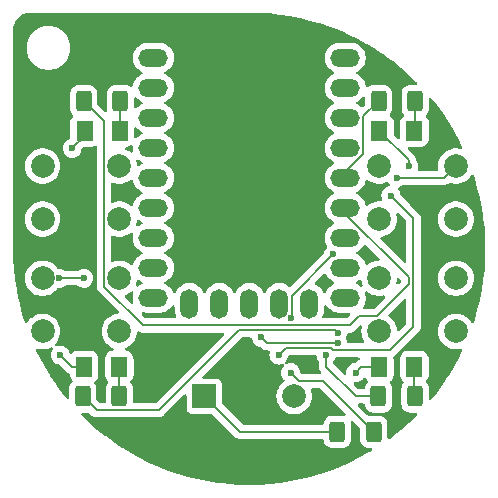
<source format=gbr>
%TF.GenerationSoftware,KiCad,Pcbnew,8.0.5*%
%TF.CreationDate,2024-10-15T22:02:10+02:00*%
%TF.ProjectId,_autosave-pcb,5f617574-6f73-4617-9665-2d7063622e6b,rev?*%
%TF.SameCoordinates,Original*%
%TF.FileFunction,Copper,L1,Top*%
%TF.FilePolarity,Positive*%
%FSLAX46Y46*%
G04 Gerber Fmt 4.6, Leading zero omitted, Abs format (unit mm)*
G04 Created by KiCad (PCBNEW 8.0.5) date 2024-10-15 22:02:10*
%MOMM*%
%LPD*%
G01*
G04 APERTURE LIST*
G04 Aperture macros list*
%AMRoundRect*
0 Rectangle with rounded corners*
0 $1 Rounding radius*
0 $2 $3 $4 $5 $6 $7 $8 $9 X,Y pos of 4 corners*
0 Add a 4 corners polygon primitive as box body*
4,1,4,$2,$3,$4,$5,$6,$7,$8,$9,$2,$3,0*
0 Add four circle primitives for the rounded corners*
1,1,$1+$1,$2,$3*
1,1,$1+$1,$4,$5*
1,1,$1+$1,$6,$7*
1,1,$1+$1,$8,$9*
0 Add four rect primitives between the rounded corners*
20,1,$1+$1,$2,$3,$4,$5,0*
20,1,$1+$1,$4,$5,$6,$7,0*
20,1,$1+$1,$6,$7,$8,$9,0*
20,1,$1+$1,$8,$9,$2,$3,0*%
G04 Aperture macros list end*
%TA.AperFunction,SMDPad,CuDef*%
%ADD10RoundRect,0.250001X-0.462499X-0.624999X0.462499X-0.624999X0.462499X0.624999X-0.462499X0.624999X0*%
%TD*%
%TA.AperFunction,SMDPad,CuDef*%
%ADD11RoundRect,0.250000X0.400000X0.625000X-0.400000X0.625000X-0.400000X-0.625000X0.400000X-0.625000X0*%
%TD*%
%TA.AperFunction,SMDPad,CuDef*%
%ADD12RoundRect,0.250000X-0.400000X-0.625000X0.400000X-0.625000X0.400000X0.625000X-0.400000X0.625000X0*%
%TD*%
%TA.AperFunction,ComponentPad*%
%ADD13C,2.000000*%
%TD*%
%TA.AperFunction,ComponentPad*%
%ADD14R,2.000000X2.000000*%
%TD*%
%TA.AperFunction,ComponentPad*%
%ADD15O,2.500000X1.500000*%
%TD*%
%TA.AperFunction,ComponentPad*%
%ADD16O,1.500000X2.500000*%
%TD*%
%TA.AperFunction,ViaPad*%
%ADD17C,0.600000*%
%TD*%
%TA.AperFunction,Conductor*%
%ADD18C,0.200000*%
%TD*%
G04 APERTURE END LIST*
D10*
%TO.P,BL1,1,K*%
%TO.N,GND*%
X136012500Y-60000000D03*
%TO.P,BL1,2,A*%
%TO.N,Net-(BL1-A)*%
X138987500Y-60000000D03*
%TD*%
D11*
%TO.P,R5,1*%
%TO.N,Net-(U1-6)*%
X160550000Y-65500000D03*
%TO.P,R5,2*%
%TO.N,Net-(BZ1-+)*%
X157450000Y-65500000D03*
%TD*%
D12*
%TO.P,R4,1*%
%TO.N,Net-(U1-2)*%
X160937500Y-62500000D03*
%TO.P,R4,2*%
%TO.N,Net-(BR1-A)*%
X164037500Y-62500000D03*
%TD*%
D10*
%TO.P,BR1,1,K*%
%TO.N,GND*%
X161000000Y-60000000D03*
%TO.P,BR1,2,A*%
%TO.N,Net-(BR1-A)*%
X163975000Y-60000000D03*
%TD*%
D12*
%TO.P,R1,1*%
%TO.N,Net-(U1-5)*%
X135987500Y-37500000D03*
%TO.P,R1,2*%
%TO.N,Net-(TL1-A)*%
X139087500Y-37500000D03*
%TD*%
D10*
%TO.P,TR1,1,K*%
%TO.N,GND*%
X161012500Y-40000000D03*
%TO.P,TR1,2,A*%
%TO.N,Net-(TR1-A)*%
X163987500Y-40000000D03*
%TD*%
D13*
%TO.P,SBR1,1,1*%
%TO.N,Net-(U1-12)*%
X161000000Y-52500000D03*
X167500000Y-52500000D03*
%TO.P,SBR1,2,2*%
%TO.N,GND*%
X161000000Y-57000000D03*
X167500000Y-57000000D03*
%TD*%
%TO.P,STL1,1,1*%
%TO.N,Net-(U1-11)*%
X132500000Y-43000000D03*
X139000000Y-43000000D03*
%TO.P,STL1,2,2*%
%TO.N,GND*%
X132500000Y-47500000D03*
X139000000Y-47500000D03*
%TD*%
D12*
%TO.P,R3,1*%
%TO.N,Net-(U1-3)*%
X135900000Y-62500000D03*
%TO.P,R3,2*%
%TO.N,Net-(BL1-A)*%
X139000000Y-62500000D03*
%TD*%
D13*
%TO.P,SBL1,1,1*%
%TO.N,Net-(U1-13)*%
X132500000Y-52500000D03*
X139000000Y-52500000D03*
%TO.P,SBL1,2,2*%
%TO.N,GND*%
X132500000Y-57000000D03*
X139000000Y-57000000D03*
%TD*%
%TO.P,STR1,1,1*%
%TO.N,Net-(U1-10)*%
X161000000Y-43000000D03*
X167500000Y-43000000D03*
%TO.P,STR1,2,2*%
%TO.N,GND*%
X161000000Y-47500000D03*
X167500000Y-47500000D03*
%TD*%
D14*
%TO.P,BZ1,1,+*%
%TO.N,Net-(BZ1-+)*%
X146200000Y-62500000D03*
D13*
%TO.P,BZ1,2,-*%
%TO.N,GND*%
X153800000Y-62500000D03*
%TD*%
D10*
%TO.P,TL1,1,K*%
%TO.N,GND*%
X136050000Y-40000000D03*
%TO.P,TL1,2,A*%
%TO.N,Net-(TL1-A)*%
X139025000Y-40000000D03*
%TD*%
D15*
%TO.P,U1,1,0*%
%TO.N,unconnected-(U1-0-Pad1)*%
X158120000Y-33840000D03*
%TO.P,U1,2,1*%
%TO.N,unconnected-(U1-1-Pad2)*%
X158120000Y-36380000D03*
%TO.P,U1,3,2*%
%TO.N,Net-(U1-2)*%
X158120000Y-38920000D03*
%TO.P,U1,4,3*%
%TO.N,Net-(U1-3)*%
X158120000Y-41460000D03*
%TO.P,U1,5,4*%
%TO.N,Net-(U1-4)*%
X158120000Y-44000000D03*
%TO.P,U1,6,5*%
%TO.N,Net-(U1-5)*%
X158120000Y-46540000D03*
%TO.P,U1,7,6*%
%TO.N,Net-(U1-6)*%
X158120000Y-49080000D03*
%TO.P,U1,8,7*%
%TO.N,unconnected-(U1-7-Pad8)*%
X158120000Y-51620000D03*
%TO.P,U1,9,8*%
%TO.N,unconnected-(U1-8-Pad9)*%
X158120000Y-54160000D03*
D16*
%TO.P,U1,10,9*%
%TO.N,unconnected-(U1-9-Pad10)*%
X155080000Y-54660000D03*
%TO.P,U1,11,10*%
%TO.N,Net-(U1-10)*%
X152540000Y-54660000D03*
%TO.P,U1,12,11*%
%TO.N,Net-(U1-11)*%
X150000000Y-54660000D03*
%TO.P,U1,13,12*%
%TO.N,Net-(U1-12)*%
X147460000Y-54660000D03*
%TO.P,U1,14,13*%
%TO.N,Net-(U1-13)*%
X144920000Y-54660000D03*
D15*
%TO.P,U1,15,14*%
%TO.N,unconnected-(U1-14-Pad15)*%
X141880000Y-54160000D03*
%TO.P,U1,16,15*%
%TO.N,unconnected-(U1-15-Pad16)*%
X141880000Y-51620000D03*
%TO.P,U1,17,26*%
%TO.N,unconnected-(U1-26-Pad17)*%
X141880000Y-49080000D03*
%TO.P,U1,18,27*%
%TO.N,unconnected-(U1-27-Pad18)*%
X141880000Y-46540000D03*
%TO.P,U1,19,28*%
%TO.N,unconnected-(U1-28-Pad19)*%
X141880000Y-44000000D03*
%TO.P,U1,20,29*%
%TO.N,unconnected-(U1-29-Pad20)*%
X141880000Y-41460000D03*
%TO.P,U1,21,3V3*%
%TO.N,unconnected-(U1-3V3-Pad21)*%
X141880000Y-38920000D03*
%TO.P,U1,22,GND*%
%TO.N,unconnected-(U1-GND-Pad22)*%
X141880000Y-36380000D03*
%TO.P,U1,23,5V*%
%TO.N,unconnected-(U1-5V-Pad23)*%
X141880000Y-33840000D03*
%TD*%
D12*
%TO.P,R2,1*%
%TO.N,Net-(U1-4)*%
X160950000Y-37500000D03*
%TO.P,R2,2*%
%TO.N,Net-(TR1-A)*%
X164050000Y-37500000D03*
%TD*%
D17*
%TO.N,GND*%
X135000000Y-41500000D03*
X159000000Y-60500000D03*
X163500000Y-43000000D03*
X134000000Y-59000000D03*
%TO.N,Net-(U1-3)*%
X157500000Y-57100000D03*
%TO.N,Net-(U1-2)*%
X156500000Y-59000000D03*
%TO.N,Net-(U1-13)*%
X136000000Y-52500000D03*
X133900000Y-52500000D03*
%TO.N,Net-(U1-12)*%
X157500000Y-58000000D03*
X151000000Y-57500000D03*
%TO.N,Net-(U1-10)*%
X152500000Y-59000000D03*
X162000000Y-45500000D03*
X162500000Y-44000000D03*
%TO.N,Net-(U1-6)*%
X153500000Y-60500000D03*
X153547423Y-55900001D03*
X157099999Y-50483294D03*
%TD*%
D18*
%TO.N,Net-(BL1-A)*%
X138987500Y-62487500D02*
X139000000Y-62500000D01*
X138987500Y-60000000D02*
X138987500Y-62487500D01*
%TO.N,GND*%
X136050000Y-40000000D02*
X136050000Y-40450000D01*
X135000000Y-60000000D02*
X134000000Y-59000000D01*
X136050000Y-40450000D02*
X135000000Y-41500000D01*
X163500000Y-42487500D02*
X163500000Y-43000000D01*
X161000000Y-60000000D02*
X159500000Y-60000000D01*
X136012500Y-60000000D02*
X135000000Y-60000000D01*
X161012500Y-40000000D02*
X163500000Y-42487500D01*
X159500000Y-60000000D02*
X159000000Y-60500000D01*
%TO.N,Net-(BR1-A)*%
X163975000Y-62437500D02*
X164037500Y-62500000D01*
X163975000Y-60000000D02*
X163975000Y-62437500D01*
%TO.N,Net-(TL1-A)*%
X139087500Y-39937500D02*
X139025000Y-40000000D01*
X139087500Y-37500000D02*
X139087500Y-39937500D01*
%TO.N,Net-(U1-5)*%
X135987500Y-37500000D02*
X137700000Y-39212500D01*
X163500000Y-53000000D02*
X163500000Y-52420000D01*
X141000000Y-56500000D02*
X158500000Y-56500000D01*
X137700000Y-39212500D02*
X137700000Y-53200000D01*
X159300000Y-55700000D02*
X160800000Y-55700000D01*
X158500000Y-56500000D02*
X159300000Y-55700000D01*
X137700000Y-53200000D02*
X141000000Y-56500000D01*
X163500000Y-52420000D02*
X157620000Y-46540000D01*
X160800000Y-55700000D02*
X163500000Y-53000000D01*
%TO.N,Net-(U1-4)*%
X160950000Y-37500000D02*
X159670000Y-38780000D01*
X159670000Y-38780000D02*
X159670000Y-41950000D01*
X159670000Y-41950000D02*
X157620000Y-44000000D01*
%TO.N,Net-(TR1-A)*%
X164050000Y-37500000D02*
X164050000Y-39937500D01*
X164050000Y-39937500D02*
X163987500Y-40000000D01*
%TO.N,Net-(U1-3)*%
X157300000Y-56900000D02*
X157500000Y-57100000D01*
X135900000Y-62500000D02*
X137075000Y-63675000D01*
X149100000Y-56900000D02*
X157300000Y-56900000D01*
X142325000Y-63675000D02*
X149100000Y-56900000D01*
X137075000Y-63675000D02*
X142325000Y-63675000D01*
%TO.N,Net-(U1-2)*%
X156500000Y-59000000D02*
X156500000Y-60000000D01*
X159000000Y-62500000D02*
X160937500Y-62500000D01*
X156500000Y-60000000D02*
X159000000Y-62500000D01*
%TO.N,Net-(U1-13)*%
X133900000Y-52500000D02*
X136000000Y-52500000D01*
%TO.N,Net-(U1-12)*%
X157500000Y-58000000D02*
X151500000Y-58000000D01*
X151500000Y-58000000D02*
X151000000Y-57500000D01*
%TO.N,Net-(U1-10)*%
X162500000Y-44000000D02*
X166500000Y-44000000D01*
X156900000Y-58400000D02*
X153100000Y-58400000D01*
X162000000Y-45500000D02*
X163900000Y-47400000D01*
X157100000Y-58600000D02*
X156900000Y-58400000D01*
X153100000Y-58400000D02*
X152500000Y-59000000D01*
X161900000Y-58600000D02*
X157100000Y-58600000D01*
X163900000Y-47400000D02*
X163900000Y-56600000D01*
X166500000Y-44000000D02*
X167500000Y-43000000D01*
X163900000Y-56600000D02*
X161900000Y-58600000D01*
%TO.N,Net-(BZ1-+)*%
X157450000Y-65500000D02*
X149200000Y-65500000D01*
X149200000Y-65500000D02*
X146200000Y-62500000D01*
%TO.N,Net-(U1-6)*%
X157099999Y-50483294D02*
X153590000Y-53993293D01*
X154200000Y-61200000D02*
X156250000Y-61200000D01*
X153500000Y-60500000D02*
X154200000Y-61200000D01*
X156250000Y-61200000D02*
X160550000Y-65500000D01*
X153590000Y-53993293D02*
X153590000Y-55857424D01*
X153590000Y-55857424D02*
X153547423Y-55900001D01*
%TD*%
%TA.AperFunction,NonConductor*%
G36*
X159761917Y-37176740D02*
G01*
X159796277Y-37237577D01*
X159799500Y-37265667D01*
X159799500Y-37749902D01*
X159779815Y-37816941D01*
X159763181Y-37837583D01*
X159622300Y-37978464D01*
X159560977Y-38011949D01*
X159491285Y-38006965D01*
X159446938Y-37978464D01*
X159434648Y-37966174D01*
X159434646Y-37966172D01*
X159355025Y-37908324D01*
X159275403Y-37850474D01*
X159098787Y-37760485D01*
X159047990Y-37712511D01*
X159031195Y-37644690D01*
X159053732Y-37578555D01*
X159098787Y-37539515D01*
X159275403Y-37449525D01*
X159275402Y-37449525D01*
X159275405Y-37449524D01*
X159434646Y-37333828D01*
X159573828Y-37194646D01*
X159575181Y-37192783D01*
X159575876Y-37192247D01*
X159576992Y-37190941D01*
X159577266Y-37191175D01*
X159630508Y-37150117D01*
X159700121Y-37144136D01*
X159761917Y-37176740D01*
G37*
%TD.AperFunction*%
%TA.AperFunction,NonConductor*%
G36*
X140443202Y-37212122D02*
G01*
X140449680Y-37218154D01*
X140565354Y-37333828D01*
X140724595Y-37449524D01*
X140847992Y-37512397D01*
X140901213Y-37539515D01*
X140952009Y-37587489D01*
X140968804Y-37655310D01*
X140946267Y-37721445D01*
X140901213Y-37760485D01*
X140724594Y-37850476D01*
X140565355Y-37966171D01*
X140449680Y-38081846D01*
X140388357Y-38115330D01*
X140318665Y-38110346D01*
X140262732Y-38068474D01*
X140238315Y-38003010D01*
X140237999Y-37994188D01*
X140237999Y-37305833D01*
X140257684Y-37238796D01*
X140310488Y-37193041D01*
X140379646Y-37183097D01*
X140443202Y-37212122D01*
G37*
%TD.AperFunction*%
%TA.AperFunction,NonConductor*%
G36*
X140443203Y-39752123D02*
G01*
X140449681Y-39758155D01*
X140565354Y-39873828D01*
X140724595Y-39989524D01*
X140750298Y-40002620D01*
X140901213Y-40079515D01*
X140952009Y-40127489D01*
X140968804Y-40195310D01*
X140946267Y-40261445D01*
X140901213Y-40300485D01*
X140724594Y-40390476D01*
X140633741Y-40456485D01*
X140565354Y-40506172D01*
X140565352Y-40506174D01*
X140565351Y-40506174D01*
X140449681Y-40621845D01*
X140388358Y-40655330D01*
X140318666Y-40650346D01*
X140262733Y-40608474D01*
X140238316Y-40543010D01*
X140238000Y-40534164D01*
X140238000Y-39845836D01*
X140257685Y-39778797D01*
X140310489Y-39733042D01*
X140379647Y-39723098D01*
X140443203Y-39752123D01*
G37*
%TD.AperFunction*%
%TA.AperFunction,NonConductor*%
G36*
X140077767Y-41227867D02*
G01*
X140122537Y-41281509D01*
X140131283Y-41350317D01*
X140129500Y-41361577D01*
X140129500Y-41558422D01*
X140156130Y-41726560D01*
X140147175Y-41795854D01*
X140102179Y-41849306D01*
X140035427Y-41869945D01*
X139968114Y-41851220D01*
X139957499Y-41843815D01*
X139823509Y-41739526D01*
X139823507Y-41739525D01*
X139823506Y-41739524D01*
X139604811Y-41621172D01*
X139604809Y-41621171D01*
X139571732Y-41609816D01*
X139514718Y-41569429D01*
X139488588Y-41504629D01*
X139501640Y-41435990D01*
X139549730Y-41385303D01*
X139599393Y-41369177D01*
X139640297Y-41364999D01*
X139806834Y-41309814D01*
X139943712Y-41225385D01*
X140011104Y-41206945D01*
X140077767Y-41227867D01*
G37*
%TD.AperFunction*%
%TA.AperFunction,NonConductor*%
G36*
X140622046Y-42457033D02*
G01*
X140639219Y-42467494D01*
X140724595Y-42529524D01*
X140830571Y-42583521D01*
X140901213Y-42619515D01*
X140952009Y-42667489D01*
X140968804Y-42735310D01*
X140946267Y-42801445D01*
X140901213Y-42840485D01*
X140724591Y-42930477D01*
X140690906Y-42954951D01*
X140625099Y-42978430D01*
X140557045Y-42962603D01*
X140508351Y-42912497D01*
X140494446Y-42864875D01*
X140485108Y-42752179D01*
X140478147Y-42724690D01*
X140446129Y-42598254D01*
X140448753Y-42528433D01*
X140488709Y-42471116D01*
X140553310Y-42444499D01*
X140622046Y-42457033D01*
G37*
%TD.AperFunction*%
%TA.AperFunction,NonConductor*%
G36*
X165405702Y-37253938D02*
G01*
X165421202Y-37270034D01*
X165565257Y-37449523D01*
X165864980Y-37822971D01*
X165868273Y-37827263D01*
X166381027Y-38526570D01*
X166384124Y-38530992D01*
X166845977Y-39222204D01*
X166865903Y-39252025D01*
X166868810Y-39256588D01*
X167318670Y-39997935D01*
X167321375Y-40002620D01*
X167738473Y-40762890D01*
X167740971Y-40767689D01*
X168040437Y-41374945D01*
X168052433Y-41443777D01*
X168025312Y-41508168D01*
X167967683Y-41547674D01*
X167897845Y-41549753D01*
X167888965Y-41547071D01*
X167869617Y-41540429D01*
X167624335Y-41499500D01*
X167375665Y-41499500D01*
X167130383Y-41540429D01*
X166895197Y-41621169D01*
X166895188Y-41621172D01*
X166676493Y-41739524D01*
X166480257Y-41892261D01*
X166311833Y-42075217D01*
X166175826Y-42283393D01*
X166075936Y-42511118D01*
X166014892Y-42752175D01*
X166014890Y-42752187D01*
X165994357Y-42999994D01*
X165994357Y-43000005D01*
X166014890Y-43247812D01*
X166015737Y-43252885D01*
X166013882Y-43253194D01*
X166011574Y-43314863D01*
X165971626Y-43372186D01*
X165907029Y-43398812D01*
X165893987Y-43399500D01*
X164383063Y-43399500D01*
X164316024Y-43379815D01*
X164270269Y-43327011D01*
X164260325Y-43257853D01*
X164266022Y-43234545D01*
X164285366Y-43179262D01*
X164285369Y-43179249D01*
X164305565Y-43000003D01*
X164305565Y-42999996D01*
X164285369Y-42820750D01*
X164285368Y-42820745D01*
X164275488Y-42792511D01*
X164225789Y-42650478D01*
X164129816Y-42497738D01*
X164129814Y-42497736D01*
X164129813Y-42497734D01*
X164127550Y-42494896D01*
X164126659Y-42492715D01*
X164126111Y-42491842D01*
X164126264Y-42491745D01*
X164101144Y-42430209D01*
X164100500Y-42417587D01*
X164100500Y-42408441D01*
X164098105Y-42399502D01*
X164098105Y-42399503D01*
X164098104Y-42399499D01*
X164059577Y-42255715D01*
X164016893Y-42181785D01*
X164016893Y-42181783D01*
X163980524Y-42118790D01*
X163980521Y-42118786D01*
X163980520Y-42118784D01*
X163868716Y-42006980D01*
X163868715Y-42006979D01*
X163864385Y-42002649D01*
X163864374Y-42002639D01*
X163448916Y-41587181D01*
X163415431Y-41525858D01*
X163420415Y-41456166D01*
X163462287Y-41400233D01*
X163527751Y-41375816D01*
X163536597Y-41375500D01*
X164500003Y-41375500D01*
X164500008Y-41375500D01*
X164602797Y-41364999D01*
X164769334Y-41309814D01*
X164918655Y-41217711D01*
X165042711Y-41093655D01*
X165134814Y-40944334D01*
X165189999Y-40777797D01*
X165200500Y-40675008D01*
X165200500Y-39324992D01*
X165189999Y-39222203D01*
X165134814Y-39055666D01*
X165111841Y-39018422D01*
X165042713Y-38906348D01*
X165042710Y-38906344D01*
X164974048Y-38837682D01*
X164940563Y-38776359D01*
X164945547Y-38706667D01*
X164974048Y-38662320D01*
X164978206Y-38658162D01*
X165042712Y-38593656D01*
X165134814Y-38444334D01*
X165189999Y-38277797D01*
X165200500Y-38175009D01*
X165200499Y-37347650D01*
X165220183Y-37280612D01*
X165272987Y-37234857D01*
X165342146Y-37224913D01*
X165405702Y-37253938D01*
G37*
%TD.AperFunction*%
%TA.AperFunction,NonConductor*%
G36*
X140086529Y-44147614D02*
G01*
X140136853Y-44196083D01*
X140151630Y-44238145D01*
X140160291Y-44292827D01*
X140221117Y-44480029D01*
X140310476Y-44655405D01*
X140426172Y-44814646D01*
X140565354Y-44953828D01*
X140724595Y-45069524D01*
X140847992Y-45132397D01*
X140901213Y-45159515D01*
X140952009Y-45207489D01*
X140968804Y-45275310D01*
X140946267Y-45341445D01*
X140901213Y-45380485D01*
X140724594Y-45470476D01*
X140633741Y-45536485D01*
X140565354Y-45586172D01*
X140565352Y-45586174D01*
X140565351Y-45586174D01*
X140426174Y-45725351D01*
X140426174Y-45725352D01*
X140426172Y-45725354D01*
X140376485Y-45793741D01*
X140310476Y-45884594D01*
X140221117Y-46059970D01*
X140160291Y-46247171D01*
X140157270Y-46266246D01*
X140127339Y-46329380D01*
X140068026Y-46366310D01*
X139998164Y-46365310D01*
X139958635Y-46344699D01*
X139892843Y-46293491D01*
X139823509Y-46239526D01*
X139823507Y-46239525D01*
X139823506Y-46239524D01*
X139604811Y-46121172D01*
X139604802Y-46121169D01*
X139369616Y-46040429D01*
X139124335Y-45999500D01*
X138875665Y-45999500D01*
X138630383Y-46040429D01*
X138464763Y-46097287D01*
X138394964Y-46100437D01*
X138334543Y-46065351D01*
X138302682Y-46003168D01*
X138300500Y-45980006D01*
X138300500Y-44519993D01*
X138320185Y-44452954D01*
X138372989Y-44407199D01*
X138442147Y-44397255D01*
X138464758Y-44402710D01*
X138630386Y-44459571D01*
X138875665Y-44500500D01*
X139124335Y-44500500D01*
X139369614Y-44459571D01*
X139604810Y-44378828D01*
X139823509Y-44260474D01*
X139952995Y-44159691D01*
X140017989Y-44134048D01*
X140086529Y-44147614D01*
G37*
%TD.AperFunction*%
%TA.AperFunction,NonConductor*%
G36*
X160007471Y-44139077D02*
G01*
X160047003Y-44159689D01*
X160176491Y-44260474D01*
X160395190Y-44378828D01*
X160630386Y-44459571D01*
X160875665Y-44500500D01*
X161124335Y-44500500D01*
X161369614Y-44459571D01*
X161604810Y-44378828D01*
X161642775Y-44358281D01*
X161711098Y-44343686D01*
X161776471Y-44368346D01*
X161806784Y-44401363D01*
X161870182Y-44502260D01*
X161875254Y-44507332D01*
X161908739Y-44568655D01*
X161903755Y-44638347D01*
X161861883Y-44694280D01*
X161826703Y-44710577D01*
X161827318Y-44712332D01*
X161650476Y-44774211D01*
X161497737Y-44870184D01*
X161370184Y-44997737D01*
X161274211Y-45150476D01*
X161214631Y-45320745D01*
X161214630Y-45320750D01*
X161194435Y-45499996D01*
X161194435Y-45500003D01*
X161214630Y-45679249D01*
X161214632Y-45679257D01*
X161270044Y-45837615D01*
X161273605Y-45907393D01*
X161238876Y-45968021D01*
X161176883Y-46000248D01*
X161132593Y-46000878D01*
X161124335Y-45999500D01*
X160875665Y-45999500D01*
X160630383Y-46040429D01*
X160395197Y-46121169D01*
X160395188Y-46121172D01*
X160191955Y-46231157D01*
X160176491Y-46239526D01*
X160166665Y-46247174D01*
X160041364Y-46344699D01*
X159976369Y-46370341D01*
X159907830Y-46356774D01*
X159857505Y-46308305D01*
X159842729Y-46266245D01*
X159839709Y-46247174D01*
X159778884Y-46059975D01*
X159778882Y-46059972D01*
X159778882Y-46059970D01*
X159689523Y-45884594D01*
X159573828Y-45725354D01*
X159434646Y-45586172D01*
X159355025Y-45528324D01*
X159275403Y-45470474D01*
X159098787Y-45380485D01*
X159047990Y-45332511D01*
X159031195Y-45264690D01*
X159053732Y-45198555D01*
X159098787Y-45159515D01*
X159275403Y-45069525D01*
X159275402Y-45069525D01*
X159275405Y-45069524D01*
X159434646Y-44953828D01*
X159573828Y-44814646D01*
X159689524Y-44655405D01*
X159778884Y-44480025D01*
X159839709Y-44292826D01*
X159848369Y-44238143D01*
X159878297Y-44175012D01*
X159937608Y-44138080D01*
X160007471Y-44139077D01*
G37*
%TD.AperFunction*%
%TA.AperFunction,NonConductor*%
G36*
X140687781Y-47582777D02*
G01*
X140704285Y-47594768D01*
X140724593Y-47609523D01*
X140901213Y-47699515D01*
X140952009Y-47747489D01*
X140968804Y-47815310D01*
X140946267Y-47881445D01*
X140901213Y-47920485D01*
X140724591Y-48010478D01*
X140626806Y-48081523D01*
X140561000Y-48105003D01*
X140492946Y-48089177D01*
X140444251Y-48039072D01*
X140430376Y-47970594D01*
X140433713Y-47950770D01*
X140485108Y-47747821D01*
X140491319Y-47672853D01*
X140516473Y-47607671D01*
X140572874Y-47566432D01*
X140642618Y-47562234D01*
X140687781Y-47582777D01*
G37*
%TD.AperFunction*%
%TA.AperFunction,NonConductor*%
G36*
X162629886Y-46987991D02*
G01*
X162661855Y-47011090D01*
X163263181Y-47612416D01*
X163296666Y-47673739D01*
X163299500Y-47700097D01*
X163299500Y-51070902D01*
X163279815Y-51137941D01*
X163227011Y-51183696D01*
X163157853Y-51193640D01*
X163094297Y-51164615D01*
X163087819Y-51158583D01*
X161127904Y-49198668D01*
X161094419Y-49137345D01*
X161099403Y-49067653D01*
X161141275Y-49011720D01*
X161195172Y-48988679D01*
X161369614Y-48959571D01*
X161604810Y-48878828D01*
X161823509Y-48760474D01*
X162019744Y-48607738D01*
X162188164Y-48424785D01*
X162324173Y-48216607D01*
X162424063Y-47988881D01*
X162485108Y-47747821D01*
X162491320Y-47672856D01*
X162505643Y-47500005D01*
X162505643Y-47499994D01*
X162485109Y-47252187D01*
X162485108Y-47252184D01*
X162485108Y-47252179D01*
X162453968Y-47129210D01*
X162456593Y-47059391D01*
X162496549Y-47002074D01*
X162561150Y-46975457D01*
X162629886Y-46987991D01*
G37*
%TD.AperFunction*%
%TA.AperFunction,NonConductor*%
G36*
X140100420Y-48636801D02*
G01*
X140150745Y-48685270D01*
X140166877Y-48753251D01*
X140160984Y-48785036D01*
X140160293Y-48787160D01*
X140160291Y-48787172D01*
X140129500Y-48981577D01*
X140129500Y-49178422D01*
X140160290Y-49372826D01*
X140221117Y-49560029D01*
X140268699Y-49653413D01*
X140310476Y-49735405D01*
X140426172Y-49894646D01*
X140565354Y-50033828D01*
X140724595Y-50149524D01*
X140847992Y-50212397D01*
X140901213Y-50239515D01*
X140952009Y-50287489D01*
X140968804Y-50355310D01*
X140946267Y-50421445D01*
X140901213Y-50460485D01*
X140724594Y-50550476D01*
X140633741Y-50616485D01*
X140565354Y-50666172D01*
X140565352Y-50666174D01*
X140565351Y-50666174D01*
X140426174Y-50805351D01*
X140426174Y-50805352D01*
X140426172Y-50805354D01*
X140394358Y-50849142D01*
X140310476Y-50964594D01*
X140221117Y-51139970D01*
X140169659Y-51298342D01*
X140130221Y-51356017D01*
X140065862Y-51383215D01*
X139997016Y-51371300D01*
X139975566Y-51357877D01*
X139936119Y-51327174D01*
X139823509Y-51239526D01*
X139823507Y-51239525D01*
X139823506Y-51239524D01*
X139604811Y-51121172D01*
X139604802Y-51121169D01*
X139369616Y-51040429D01*
X139124335Y-50999500D01*
X138875665Y-50999500D01*
X138630383Y-51040429D01*
X138464763Y-51097287D01*
X138394964Y-51100437D01*
X138334543Y-51065351D01*
X138302682Y-51003168D01*
X138300500Y-50980006D01*
X138300500Y-49019993D01*
X138320185Y-48952954D01*
X138372989Y-48907199D01*
X138442147Y-48897255D01*
X138464758Y-48902710D01*
X138630386Y-48959571D01*
X138875665Y-49000500D01*
X139124335Y-49000500D01*
X139369614Y-48959571D01*
X139604810Y-48878828D01*
X139823509Y-48760474D01*
X139966888Y-48648876D01*
X140031880Y-48623235D01*
X140100420Y-48636801D01*
G37*
%TD.AperFunction*%
%TA.AperFunction,NonConductor*%
G36*
X159887347Y-49659152D02*
G01*
X159903585Y-49672821D01*
X161018583Y-50787819D01*
X161052068Y-50849142D01*
X161047084Y-50918834D01*
X161005212Y-50974767D01*
X160939748Y-50999184D01*
X160930902Y-50999500D01*
X160875665Y-50999500D01*
X160630383Y-51040429D01*
X160395197Y-51121169D01*
X160395188Y-51121172D01*
X160176493Y-51239524D01*
X160024434Y-51357877D01*
X159959440Y-51383519D01*
X159890900Y-51369952D01*
X159840575Y-51321484D01*
X159830341Y-51298342D01*
X159778882Y-51139970D01*
X159697376Y-50980006D01*
X159689524Y-50964595D01*
X159573828Y-50805354D01*
X159434646Y-50666172D01*
X159355025Y-50608324D01*
X159275403Y-50550474D01*
X159098787Y-50460485D01*
X159047990Y-50412511D01*
X159031195Y-50344690D01*
X159053732Y-50278555D01*
X159098787Y-50239515D01*
X159275403Y-50149525D01*
X159275402Y-50149525D01*
X159275405Y-50149524D01*
X159434646Y-50033828D01*
X159573828Y-49894646D01*
X159689524Y-49735405D01*
X159705419Y-49704208D01*
X159753391Y-49653413D01*
X159821212Y-49636616D01*
X159887347Y-49659152D01*
G37*
%TD.AperFunction*%
%TA.AperFunction,NonConductor*%
G36*
X162712035Y-52481270D02*
G01*
X162853083Y-52622318D01*
X162886568Y-52683641D01*
X162881584Y-52753333D01*
X162853083Y-52797680D01*
X162661855Y-52988908D01*
X162600532Y-53022393D01*
X162530840Y-53017409D01*
X162474907Y-52975537D01*
X162450490Y-52910073D01*
X162453969Y-52870786D01*
X162485105Y-52747833D01*
X162485107Y-52747824D01*
X162485108Y-52747821D01*
X162500778Y-52558708D01*
X162525931Y-52493527D01*
X162582333Y-52452288D01*
X162652076Y-52448090D01*
X162712035Y-52481270D01*
G37*
%TD.AperFunction*%
%TA.AperFunction,NonConductor*%
G36*
X159452329Y-52650578D02*
G01*
X159501025Y-52700683D01*
X159513348Y-52742883D01*
X159514049Y-52742767D01*
X159514892Y-52747824D01*
X159575936Y-52988881D01*
X159598058Y-53039312D01*
X159606961Y-53108612D01*
X159576984Y-53171724D01*
X159517645Y-53208611D01*
X159447783Y-53207561D01*
X159411617Y-53189440D01*
X159317339Y-53120943D01*
X159275403Y-53090474D01*
X159098787Y-53000485D01*
X159047990Y-52952511D01*
X159031195Y-52884690D01*
X159053732Y-52818555D01*
X159098787Y-52779515D01*
X159150172Y-52753333D01*
X159275405Y-52689524D01*
X159318471Y-52658234D01*
X159384275Y-52634754D01*
X159452329Y-52650578D01*
G37*
%TD.AperFunction*%
%TA.AperFunction,NonConductor*%
G36*
X140681529Y-52658235D02*
G01*
X140724590Y-52689521D01*
X140724592Y-52689522D01*
X140724595Y-52689524D01*
X140829087Y-52742765D01*
X140901213Y-52779515D01*
X140952009Y-52827489D01*
X140968804Y-52895310D01*
X140946267Y-52961445D01*
X140901213Y-53000485D01*
X140724591Y-53090478D01*
X140588382Y-53189440D01*
X140522576Y-53212920D01*
X140454522Y-53197095D01*
X140405827Y-53146989D01*
X140391952Y-53078511D01*
X140401940Y-53039314D01*
X140424063Y-52988881D01*
X140485108Y-52747821D01*
X140485108Y-52747817D01*
X140485109Y-52747815D01*
X140485952Y-52742765D01*
X140487136Y-52742962D01*
X140510207Y-52683145D01*
X140566601Y-52641897D01*
X140636344Y-52637686D01*
X140681529Y-52658235D01*
G37*
%TD.AperFunction*%
%TA.AperFunction,NonConductor*%
G36*
X156428035Y-52107005D02*
G01*
X156483968Y-52148877D01*
X156495186Y-52166892D01*
X156550476Y-52275405D01*
X156666172Y-52434646D01*
X156805354Y-52573828D01*
X156964595Y-52689524D01*
X157069087Y-52742765D01*
X157141213Y-52779515D01*
X157192009Y-52827489D01*
X157208804Y-52895310D01*
X157186267Y-52961445D01*
X157141213Y-53000485D01*
X156964594Y-53090476D01*
X156910448Y-53129816D01*
X156805354Y-53206172D01*
X156805352Y-53206174D01*
X156805351Y-53206174D01*
X156666174Y-53345351D01*
X156666174Y-53345352D01*
X156666172Y-53345354D01*
X156658830Y-53355460D01*
X156550476Y-53504594D01*
X156460485Y-53681213D01*
X156412511Y-53732009D01*
X156344690Y-53748804D01*
X156278555Y-53726267D01*
X156239515Y-53681213D01*
X156209241Y-53621797D01*
X156149524Y-53504595D01*
X156033828Y-53345354D01*
X155894646Y-53206172D01*
X155735405Y-53090476D01*
X155711922Y-53078511D01*
X155626892Y-53035186D01*
X155576096Y-52987211D01*
X155559301Y-52919390D01*
X155581838Y-52853256D01*
X155595500Y-52837026D01*
X156297022Y-52135504D01*
X156358343Y-52102021D01*
X156428035Y-52107005D01*
G37*
%TD.AperFunction*%
%TA.AperFunction,NonConductor*%
G36*
X140135215Y-53609720D02*
G01*
X140185539Y-53658189D01*
X140201671Y-53726171D01*
X140195774Y-53757969D01*
X140160290Y-53867173D01*
X140129500Y-54061577D01*
X140129500Y-54258422D01*
X140160291Y-54452827D01*
X140160292Y-54452834D01*
X140173101Y-54492255D01*
X140175096Y-54562096D01*
X140139015Y-54621928D01*
X140076314Y-54652756D01*
X140006900Y-54644791D01*
X139967489Y-54618253D01*
X139464809Y-54115573D01*
X139431324Y-54054250D01*
X139436308Y-53984558D01*
X139478180Y-53928625D01*
X139512220Y-53910614D01*
X139604810Y-53878828D01*
X139823509Y-53760474D01*
X140001681Y-53621796D01*
X140066675Y-53596154D01*
X140135215Y-53609720D01*
G37*
%TD.AperFunction*%
%TA.AperFunction,NonConductor*%
G36*
X159970424Y-53605430D02*
G01*
X159998316Y-53621795D01*
X160176491Y-53760474D01*
X160395190Y-53878828D01*
X160630386Y-53959571D01*
X160875665Y-54000500D01*
X161124335Y-54000500D01*
X161369614Y-53959571D01*
X161369614Y-53959570D01*
X161373814Y-53958870D01*
X161443179Y-53967252D01*
X161497001Y-54011805D01*
X161518191Y-54078384D01*
X161500023Y-54145850D01*
X161481904Y-54168860D01*
X160587584Y-55063181D01*
X160526261Y-55096666D01*
X160499903Y-55099500D01*
X159726480Y-55099500D01*
X159659441Y-55079815D01*
X159613686Y-55027011D01*
X159603742Y-54957853D01*
X159626161Y-54902615D01*
X159689524Y-54815405D01*
X159778884Y-54640025D01*
X159839709Y-54452826D01*
X159856138Y-54349096D01*
X159870500Y-54258422D01*
X159870500Y-54061577D01*
X159839709Y-53867173D01*
X159830564Y-53839029D01*
X159804224Y-53757965D01*
X159802229Y-53688128D01*
X159838309Y-53628295D01*
X159901010Y-53597466D01*
X159970424Y-53605430D01*
G37*
%TD.AperFunction*%
%TA.AperFunction,NonConductor*%
G36*
X156535703Y-54800554D02*
G01*
X156554817Y-54821380D01*
X156666172Y-54974646D01*
X156805354Y-55113828D01*
X156964595Y-55229524D01*
X157021301Y-55258417D01*
X157139970Y-55318882D01*
X157139972Y-55318882D01*
X157139975Y-55318884D01*
X157239473Y-55351213D01*
X157327173Y-55379709D01*
X157521578Y-55410500D01*
X158440902Y-55410500D01*
X158507941Y-55430185D01*
X158553696Y-55482989D01*
X158563640Y-55552147D01*
X158534615Y-55615703D01*
X158528583Y-55622181D01*
X158287584Y-55863181D01*
X158226261Y-55896666D01*
X158199903Y-55899500D01*
X156309025Y-55899500D01*
X156241986Y-55879815D01*
X156196231Y-55827011D01*
X156186287Y-55757853D01*
X156198540Y-55719205D01*
X156238882Y-55640029D01*
X156238882Y-55640028D01*
X156238884Y-55640025D01*
X156299709Y-55452826D01*
X156307064Y-55406388D01*
X156330500Y-55258422D01*
X156330500Y-54894267D01*
X156350185Y-54827228D01*
X156402989Y-54781473D01*
X156472147Y-54771529D01*
X156535703Y-54800554D01*
G37*
%TD.AperFunction*%
%TA.AperFunction,NonConductor*%
G36*
X143631921Y-54805343D02*
G01*
X143666278Y-54866182D01*
X143669500Y-54894267D01*
X143669500Y-55258422D01*
X143700290Y-55452826D01*
X143761117Y-55640029D01*
X143801460Y-55719205D01*
X143814356Y-55787874D01*
X143788080Y-55852615D01*
X143730973Y-55892872D01*
X143690975Y-55899500D01*
X141300098Y-55899500D01*
X141233059Y-55879815D01*
X141212417Y-55863181D01*
X140921746Y-55572510D01*
X140888261Y-55511187D01*
X140893245Y-55441495D01*
X140935117Y-55385562D01*
X141000581Y-55361145D01*
X141047746Y-55366898D01*
X141087173Y-55379709D01*
X141281578Y-55410500D01*
X141281583Y-55410500D01*
X142478422Y-55410500D01*
X142672826Y-55379709D01*
X142712254Y-55366898D01*
X142860025Y-55318884D01*
X143035405Y-55229524D01*
X143194646Y-55113828D01*
X143333828Y-54974646D01*
X143445182Y-54821380D01*
X143500512Y-54778716D01*
X143570126Y-54772737D01*
X143631921Y-54805343D01*
G37*
%TD.AperFunction*%
%TA.AperFunction,NonConductor*%
G36*
X163218834Y-54232914D02*
G01*
X163274767Y-54274786D01*
X163299184Y-54340250D01*
X163299500Y-54349096D01*
X163299500Y-56299902D01*
X163279815Y-56366941D01*
X163263181Y-56387583D01*
X162705913Y-56944850D01*
X162644590Y-56978335D01*
X162574898Y-56973351D01*
X162518965Y-56931479D01*
X162494656Y-56867411D01*
X162485108Y-56752179D01*
X162440424Y-56575726D01*
X162424063Y-56511118D01*
X162324173Y-56283393D01*
X162188166Y-56075217D01*
X162129396Y-56011376D01*
X162019744Y-55892262D01*
X161823509Y-55739526D01*
X161823503Y-55739523D01*
X161823501Y-55739521D01*
X161822017Y-55738551D01*
X161821546Y-55737999D01*
X161819462Y-55736377D01*
X161819795Y-55735948D01*
X161776664Y-55685401D01*
X161767247Y-55616169D01*
X161796754Y-55552835D01*
X161802149Y-55547084D01*
X163087820Y-54261413D01*
X163149142Y-54227930D01*
X163218834Y-54232914D01*
G37*
%TD.AperFunction*%
%TA.AperFunction,NonConductor*%
G36*
X159469159Y-56482588D02*
G01*
X159525092Y-56524460D01*
X159549509Y-56589924D01*
X159546031Y-56629209D01*
X159514893Y-56752171D01*
X159514890Y-56752187D01*
X159494357Y-56999994D01*
X159494357Y-57000005D01*
X159514890Y-57247812D01*
X159514892Y-57247824D01*
X159575936Y-57488881D01*
X159646820Y-57650478D01*
X159675827Y-57716607D01*
X159735327Y-57807679D01*
X159755514Y-57874568D01*
X159736334Y-57941754D01*
X159683876Y-57987904D01*
X159631518Y-57999500D01*
X158416322Y-57999500D01*
X158349283Y-57979815D01*
X158303528Y-57927011D01*
X158293102Y-57889383D01*
X158285369Y-57820750D01*
X158285368Y-57820748D01*
X158285368Y-57820745D01*
X158225789Y-57650478D01*
X158204108Y-57615973D01*
X158185107Y-57548737D01*
X158204108Y-57484027D01*
X158206008Y-57481001D01*
X158225789Y-57449522D01*
X158285368Y-57279255D01*
X158285369Y-57279249D01*
X158293102Y-57210618D01*
X158320168Y-57146204D01*
X158377763Y-57106649D01*
X158416322Y-57100501D01*
X158579054Y-57100501D01*
X158579057Y-57100501D01*
X158731785Y-57059577D01*
X158781904Y-57030639D01*
X158868716Y-56980520D01*
X158980520Y-56868716D01*
X158980520Y-56868714D01*
X158990728Y-56858507D01*
X158990729Y-56858504D01*
X159338147Y-56511087D01*
X159399467Y-56477604D01*
X159469159Y-56482588D01*
G37*
%TD.AperFunction*%
%TA.AperFunction,NonConductor*%
G36*
X155650717Y-59020185D02*
G01*
X155696472Y-59072989D01*
X155706898Y-59110617D01*
X155714630Y-59179249D01*
X155774210Y-59349521D01*
X155870185Y-59502263D01*
X155872445Y-59505097D01*
X155873334Y-59507275D01*
X155873889Y-59508158D01*
X155873734Y-59508255D01*
X155898855Y-59569783D01*
X155899500Y-59582412D01*
X155899500Y-59913330D01*
X155899499Y-59913348D01*
X155899499Y-60079054D01*
X155899498Y-60079054D01*
X155940424Y-60231789D01*
X155940425Y-60231790D01*
X155961455Y-60268214D01*
X155961456Y-60268216D01*
X156019475Y-60368709D01*
X156019481Y-60368717D01*
X156038583Y-60387819D01*
X156072068Y-60449142D01*
X156067084Y-60518834D01*
X156025212Y-60574767D01*
X155959748Y-60599184D01*
X155950902Y-60599500D01*
X154500097Y-60599500D01*
X154433058Y-60579815D01*
X154412416Y-60563181D01*
X154330700Y-60481465D01*
X154297215Y-60420142D01*
X154295163Y-60407686D01*
X154285368Y-60320745D01*
X154225789Y-60150478D01*
X154129816Y-59997738D01*
X154002262Y-59870184D01*
X153939424Y-59830700D01*
X153849523Y-59774211D01*
X153679254Y-59714631D01*
X153679249Y-59714630D01*
X153500004Y-59694435D01*
X153499996Y-59694435D01*
X153320750Y-59714630D01*
X153320742Y-59714632D01*
X153213158Y-59752277D01*
X153143379Y-59755838D01*
X153082752Y-59721109D01*
X153050525Y-59659115D01*
X153056931Y-59589540D01*
X153084522Y-59547555D01*
X153129816Y-59502262D01*
X153225789Y-59349522D01*
X153285368Y-59179255D01*
X153293101Y-59110616D01*
X153320166Y-59046204D01*
X153377760Y-59006648D01*
X153416321Y-59000500D01*
X155583678Y-59000500D01*
X155650717Y-59020185D01*
G37*
%TD.AperFunction*%
%TA.AperFunction,NonConductor*%
G36*
X159291091Y-59220185D02*
G01*
X159336846Y-59272989D01*
X159346790Y-59342147D01*
X159317765Y-59405703D01*
X159275252Y-59436357D01*
X159275254Y-59436359D01*
X159275236Y-59436368D01*
X159271502Y-59439062D01*
X159268211Y-59440424D01*
X159131290Y-59519475D01*
X159131286Y-59519478D01*
X158981465Y-59669299D01*
X158920142Y-59702783D01*
X158907668Y-59704837D01*
X158820750Y-59714630D01*
X158650478Y-59774210D01*
X158497737Y-59870184D01*
X158370184Y-59997737D01*
X158274211Y-60150476D01*
X158214631Y-60320745D01*
X158214630Y-60320750D01*
X158194435Y-60499996D01*
X158194435Y-60500003D01*
X158198591Y-60536891D01*
X158186536Y-60605713D01*
X158139187Y-60657092D01*
X158071577Y-60674716D01*
X158005171Y-60652989D01*
X157987690Y-60638455D01*
X157136819Y-59787584D01*
X157103334Y-59726261D01*
X157100500Y-59699903D01*
X157100500Y-59582412D01*
X157120185Y-59515373D01*
X157127555Y-59505097D01*
X157129810Y-59502267D01*
X157129816Y-59502262D01*
X157225789Y-59349522D01*
X157248875Y-59283546D01*
X157289597Y-59226770D01*
X157354549Y-59201022D01*
X157365917Y-59200500D01*
X159224052Y-59200500D01*
X159291091Y-59220185D01*
G37*
%TD.AperFunction*%
%TA.AperFunction,NonConductor*%
G36*
X159839579Y-60934659D02*
G01*
X159864876Y-60964098D01*
X159944788Y-61093654D01*
X160013452Y-61162318D01*
X160046937Y-61223641D01*
X160041953Y-61293333D01*
X160013452Y-61337680D01*
X159944789Y-61406342D01*
X159852687Y-61555663D01*
X159852685Y-61555668D01*
X159797501Y-61722204D01*
X159797500Y-61722205D01*
X159790768Y-61788103D01*
X159764371Y-61852795D01*
X159707190Y-61892946D01*
X159667410Y-61899500D01*
X159300097Y-61899500D01*
X159233058Y-61879815D01*
X159212416Y-61863181D01*
X158861544Y-61512309D01*
X158828059Y-61450986D01*
X158833043Y-61381294D01*
X158874915Y-61325361D01*
X158940379Y-61300944D01*
X158963104Y-61301407D01*
X158993570Y-61304840D01*
X158999999Y-61305565D01*
X159000000Y-61305565D01*
X159000004Y-61305565D01*
X159179249Y-61285369D01*
X159179252Y-61285368D01*
X159179255Y-61285368D01*
X159349522Y-61225789D01*
X159502262Y-61129816D01*
X159629816Y-61002262D01*
X159654345Y-60963224D01*
X159706677Y-60916934D01*
X159775730Y-60906284D01*
X159839579Y-60934659D01*
G37*
%TD.AperFunction*%
%TA.AperFunction,NonConductor*%
G36*
X133338670Y-58334690D02*
G01*
X133380332Y-58390781D01*
X133385054Y-58460490D01*
X133368982Y-58499650D01*
X133274211Y-58650476D01*
X133214631Y-58820745D01*
X133214630Y-58820750D01*
X133194435Y-58999996D01*
X133194435Y-59000003D01*
X133214630Y-59179249D01*
X133214631Y-59179254D01*
X133274211Y-59349523D01*
X133370184Y-59502262D01*
X133497738Y-59629816D01*
X133650478Y-59725789D01*
X133820745Y-59785368D01*
X133907669Y-59795161D01*
X133972080Y-59822226D01*
X133981464Y-59830699D01*
X134631284Y-60480520D01*
X134737500Y-60541843D01*
X134785715Y-60592409D01*
X134799500Y-60649230D01*
X134799500Y-60675015D01*
X134810000Y-60777795D01*
X134810001Y-60777796D01*
X134865186Y-60944335D01*
X134865187Y-60944337D01*
X134957286Y-61093651D01*
X134957289Y-61093655D01*
X135000952Y-61137318D01*
X135034437Y-61198641D01*
X135029453Y-61268333D01*
X135000952Y-61312680D01*
X134907289Y-61406342D01*
X134815187Y-61555663D01*
X134815186Y-61555666D01*
X134760001Y-61722203D01*
X134760001Y-61722204D01*
X134760000Y-61722204D01*
X134749500Y-61824983D01*
X134749500Y-62590048D01*
X134729815Y-62657087D01*
X134677011Y-62702842D01*
X134607853Y-62712786D01*
X134544297Y-62683761D01*
X134528794Y-62667662D01*
X134135019Y-62177028D01*
X134131726Y-62172736D01*
X133916947Y-61879815D01*
X133618959Y-61473411D01*
X133615882Y-61469016D01*
X133134087Y-60747961D01*
X133131189Y-60743411D01*
X133092258Y-60679255D01*
X132681325Y-60002058D01*
X132678624Y-59997379D01*
X132592767Y-59840883D01*
X132261523Y-59237104D01*
X132259028Y-59232310D01*
X132250718Y-59215460D01*
X131959561Y-58625053D01*
X131947566Y-58556222D01*
X131974687Y-58491831D01*
X132032316Y-58452325D01*
X132102154Y-58450246D01*
X132111037Y-58452929D01*
X132130383Y-58459570D01*
X132130386Y-58459571D01*
X132375665Y-58500500D01*
X132624335Y-58500500D01*
X132869614Y-58459571D01*
X133104810Y-58378828D01*
X133104817Y-58378824D01*
X133104820Y-58378823D01*
X133204970Y-58324624D01*
X133273298Y-58310028D01*
X133338670Y-58334690D01*
G37*
%TD.AperFunction*%
%TA.AperFunction,NonConductor*%
G36*
X140682338Y-57009995D02*
G01*
X140768216Y-57059577D01*
X140920943Y-57100501D01*
X140920945Y-57100501D01*
X141086654Y-57100501D01*
X141086670Y-57100500D01*
X147750903Y-57100500D01*
X147817942Y-57120185D01*
X147863697Y-57172989D01*
X147873641Y-57242147D01*
X147844616Y-57305703D01*
X147838584Y-57312181D01*
X142112584Y-63038181D01*
X142051261Y-63071666D01*
X142024903Y-63074500D01*
X140274500Y-63074500D01*
X140207461Y-63054815D01*
X140161706Y-63002011D01*
X140150500Y-62950500D01*
X140150499Y-61824998D01*
X140150498Y-61824981D01*
X140139999Y-61722203D01*
X140139998Y-61722200D01*
X140084814Y-61555666D01*
X139992712Y-61406344D01*
X139949048Y-61362680D01*
X139915563Y-61301357D01*
X139920547Y-61231665D01*
X139949048Y-61187318D01*
X139993914Y-61142452D01*
X140042711Y-61093655D01*
X140134814Y-60944334D01*
X140189999Y-60777797D01*
X140200500Y-60675008D01*
X140200500Y-59324992D01*
X140189999Y-59222203D01*
X140134814Y-59055666D01*
X140100480Y-59000003D01*
X140042713Y-58906348D01*
X140042710Y-58906344D01*
X139918655Y-58782289D01*
X139918651Y-58782286D01*
X139769337Y-58690187D01*
X139769335Y-58690186D01*
X139649497Y-58650476D01*
X139602797Y-58635001D01*
X139602795Y-58635000D01*
X139602788Y-58634999D01*
X139590789Y-58633773D01*
X139526099Y-58607375D01*
X139485950Y-58550192D01*
X139483089Y-58480381D01*
X139518426Y-58420106D01*
X139563133Y-58393135D01*
X139604810Y-58378828D01*
X139823509Y-58260474D01*
X140019744Y-58107738D01*
X140188164Y-57924785D01*
X140324173Y-57716607D01*
X140424063Y-57488881D01*
X140485108Y-57247821D01*
X140496765Y-57107141D01*
X140521918Y-57041959D01*
X140578320Y-57000721D01*
X140648063Y-56996523D01*
X140682338Y-57009995D01*
G37*
%TD.AperFunction*%
%TA.AperFunction,NonConductor*%
G36*
X150001374Y-30000529D02*
G01*
X150869659Y-30019475D01*
X150875022Y-30019709D01*
X151740420Y-30076430D01*
X151745735Y-30076895D01*
X152607808Y-30171307D01*
X152613086Y-30172002D01*
X153470219Y-30303927D01*
X153475537Y-30304866D01*
X154315206Y-30471887D01*
X154326030Y-30474040D01*
X154331309Y-30475210D01*
X155173625Y-30681323D01*
X155178833Y-30682718D01*
X155818957Y-30869298D01*
X156011376Y-30925383D01*
X156016532Y-30927009D01*
X156837671Y-31205747D01*
X156842734Y-31207590D01*
X157650942Y-31521885D01*
X157655933Y-31523952D01*
X157841800Y-31605735D01*
X158449690Y-31873213D01*
X158454593Y-31875500D01*
X159071639Y-32179794D01*
X159232310Y-32259028D01*
X159237104Y-32261523D01*
X159923715Y-32638211D01*
X159997379Y-32678624D01*
X160002058Y-32681325D01*
X160743425Y-33131198D01*
X160747961Y-33134087D01*
X161469016Y-33615882D01*
X161473411Y-33618959D01*
X161747885Y-33820212D01*
X162172736Y-34131726D01*
X162177028Y-34135019D01*
X162853319Y-34677799D01*
X162857464Y-34681277D01*
X163509428Y-35253035D01*
X163513417Y-35256690D01*
X164139827Y-35856347D01*
X164143652Y-35860172D01*
X164195901Y-35914752D01*
X164228040Y-35976791D01*
X164221537Y-36046358D01*
X164178455Y-36101365D01*
X164112474Y-36124348D01*
X164106328Y-36124500D01*
X163599998Y-36124500D01*
X163599980Y-36124501D01*
X163497203Y-36135000D01*
X163497200Y-36135001D01*
X163330668Y-36190185D01*
X163330663Y-36190187D01*
X163181342Y-36282289D01*
X163057289Y-36406342D01*
X162965187Y-36555663D01*
X162965185Y-36555668D01*
X162937349Y-36639670D01*
X162910001Y-36722203D01*
X162910001Y-36722204D01*
X162910000Y-36722204D01*
X162899500Y-36824983D01*
X162899500Y-38175001D01*
X162899501Y-38175018D01*
X162910000Y-38277796D01*
X162910001Y-38277799D01*
X162965185Y-38444331D01*
X162965187Y-38444336D01*
X163057289Y-38593657D01*
X163063685Y-38600053D01*
X163097170Y-38661376D01*
X163092186Y-38731068D01*
X163059809Y-38775539D01*
X163061452Y-38777182D01*
X162932286Y-38906348D01*
X162840187Y-39055662D01*
X162840186Y-39055664D01*
X162785001Y-39222203D01*
X162785000Y-39222204D01*
X162774500Y-39324984D01*
X162774500Y-40613403D01*
X162754815Y-40680442D01*
X162702011Y-40726197D01*
X162632853Y-40736141D01*
X162569297Y-40707116D01*
X162562819Y-40701084D01*
X162261819Y-40400084D01*
X162228334Y-40338761D01*
X162225500Y-40312403D01*
X162225500Y-39324997D01*
X162225499Y-39324984D01*
X162218275Y-39254276D01*
X162214999Y-39222203D01*
X162159814Y-39055666D01*
X162136841Y-39018422D01*
X162067713Y-38906348D01*
X162067712Y-38906347D01*
X162067711Y-38906345D01*
X161943655Y-38782289D01*
X161943654Y-38782288D01*
X161938548Y-38777182D01*
X161940302Y-38775427D01*
X161906703Y-38727962D01*
X161903574Y-38658162D01*
X161936319Y-38600049D01*
X161936651Y-38599716D01*
X161942712Y-38593656D01*
X162034814Y-38444334D01*
X162089999Y-38277797D01*
X162100500Y-38175009D01*
X162100499Y-36824992D01*
X162089999Y-36722203D01*
X162034814Y-36555666D01*
X161942712Y-36406344D01*
X161818656Y-36282288D01*
X161669334Y-36190186D01*
X161502797Y-36135001D01*
X161502795Y-36135000D01*
X161400010Y-36124500D01*
X160499998Y-36124500D01*
X160499980Y-36124501D01*
X160397203Y-36135000D01*
X160397200Y-36135001D01*
X160230668Y-36190185D01*
X160230663Y-36190187D01*
X160081341Y-36282289D01*
X160071506Y-36292125D01*
X160010182Y-36325608D01*
X159940491Y-36320621D01*
X159884558Y-36278748D01*
X159861355Y-36223839D01*
X159839709Y-36087173D01*
X159778882Y-35899970D01*
X159689523Y-35724594D01*
X159573828Y-35565354D01*
X159434646Y-35426172D01*
X159355025Y-35368324D01*
X159275403Y-35310474D01*
X159098787Y-35220485D01*
X159047990Y-35172511D01*
X159031195Y-35104690D01*
X159053732Y-35038555D01*
X159098787Y-34999515D01*
X159275403Y-34909525D01*
X159275402Y-34909525D01*
X159275405Y-34909524D01*
X159434646Y-34793828D01*
X159573828Y-34654646D01*
X159689524Y-34495405D01*
X159778884Y-34320025D01*
X159839709Y-34132826D01*
X159839883Y-34131726D01*
X159870500Y-33938422D01*
X159870500Y-33741577D01*
X159839709Y-33547173D01*
X159778882Y-33359970D01*
X159689523Y-33184594D01*
X159573828Y-33025354D01*
X159434646Y-32886172D01*
X159275405Y-32770476D01*
X159100029Y-32681117D01*
X158912826Y-32620290D01*
X158718422Y-32589500D01*
X158718417Y-32589500D01*
X157521583Y-32589500D01*
X157521578Y-32589500D01*
X157327173Y-32620290D01*
X157139970Y-32681117D01*
X156964594Y-32770476D01*
X156873741Y-32836485D01*
X156805354Y-32886172D01*
X156805352Y-32886174D01*
X156805351Y-32886174D01*
X156666174Y-33025351D01*
X156666174Y-33025352D01*
X156666172Y-33025354D01*
X156616485Y-33093741D01*
X156550476Y-33184594D01*
X156461117Y-33359970D01*
X156400290Y-33547173D01*
X156369500Y-33741577D01*
X156369500Y-33938422D01*
X156400290Y-34132826D01*
X156461117Y-34320029D01*
X156498943Y-34394266D01*
X156550476Y-34495405D01*
X156666172Y-34654646D01*
X156805354Y-34793828D01*
X156964595Y-34909524D01*
X157087992Y-34972397D01*
X157141213Y-34999515D01*
X157192009Y-35047489D01*
X157208804Y-35115310D01*
X157186267Y-35181445D01*
X157141213Y-35220485D01*
X156964594Y-35310476D01*
X156873741Y-35376485D01*
X156805354Y-35426172D01*
X156805352Y-35426174D01*
X156805351Y-35426174D01*
X156666174Y-35565351D01*
X156666174Y-35565352D01*
X156666172Y-35565354D01*
X156616485Y-35633741D01*
X156550476Y-35724594D01*
X156461117Y-35899970D01*
X156400290Y-36087173D01*
X156369500Y-36281577D01*
X156369500Y-36478422D01*
X156400290Y-36672826D01*
X156461117Y-36860029D01*
X156536373Y-37007727D01*
X156550476Y-37035405D01*
X156666172Y-37194646D01*
X156805354Y-37333828D01*
X156964595Y-37449524D01*
X157087992Y-37512397D01*
X157141213Y-37539515D01*
X157192009Y-37587489D01*
X157208804Y-37655310D01*
X157186267Y-37721445D01*
X157141213Y-37760485D01*
X156964594Y-37850476D01*
X156873741Y-37916485D01*
X156805354Y-37966172D01*
X156805352Y-37966174D01*
X156805351Y-37966174D01*
X156666174Y-38105351D01*
X156666174Y-38105352D01*
X156666172Y-38105354D01*
X156658924Y-38115330D01*
X156550476Y-38264594D01*
X156461117Y-38439970D01*
X156400290Y-38627173D01*
X156369500Y-38821577D01*
X156369500Y-39018422D01*
X156400290Y-39212826D01*
X156461117Y-39400029D01*
X156550476Y-39575405D01*
X156666172Y-39734646D01*
X156805354Y-39873828D01*
X156964595Y-39989524D01*
X156990298Y-40002620D01*
X157141213Y-40079515D01*
X157192009Y-40127489D01*
X157208804Y-40195310D01*
X157186267Y-40261445D01*
X157141213Y-40300485D01*
X156964594Y-40390476D01*
X156873741Y-40456485D01*
X156805354Y-40506172D01*
X156805352Y-40506174D01*
X156805351Y-40506174D01*
X156666174Y-40645351D01*
X156666174Y-40645352D01*
X156666172Y-40645354D01*
X156644627Y-40675008D01*
X156550476Y-40804594D01*
X156461117Y-40979970D01*
X156400290Y-41167173D01*
X156369500Y-41361577D01*
X156369500Y-41558422D01*
X156400290Y-41752826D01*
X156461117Y-41940029D01*
X156529998Y-42075215D01*
X156550476Y-42115405D01*
X156666172Y-42274646D01*
X156805354Y-42413828D01*
X156964595Y-42529524D01*
X157070571Y-42583521D01*
X157141213Y-42619515D01*
X157192009Y-42667489D01*
X157208804Y-42735310D01*
X157186267Y-42801445D01*
X157141213Y-42840485D01*
X156964594Y-42930476D01*
X156930908Y-42954951D01*
X156805354Y-43046172D01*
X156805352Y-43046174D01*
X156805351Y-43046174D01*
X156666174Y-43185351D01*
X156666174Y-43185352D01*
X156666172Y-43185354D01*
X156620793Y-43247812D01*
X156550476Y-43344594D01*
X156461117Y-43519970D01*
X156400290Y-43707173D01*
X156369500Y-43901577D01*
X156369500Y-44098422D01*
X156400290Y-44292826D01*
X156461117Y-44480029D01*
X156550476Y-44655405D01*
X156666172Y-44814646D01*
X156805354Y-44953828D01*
X156964595Y-45069524D01*
X157087992Y-45132397D01*
X157141213Y-45159515D01*
X157192009Y-45207489D01*
X157208804Y-45275310D01*
X157186267Y-45341445D01*
X157141213Y-45380485D01*
X156964594Y-45470476D01*
X156873741Y-45536485D01*
X156805354Y-45586172D01*
X156805352Y-45586174D01*
X156805351Y-45586174D01*
X156666174Y-45725351D01*
X156666174Y-45725352D01*
X156666172Y-45725354D01*
X156616485Y-45793741D01*
X156550476Y-45884594D01*
X156461117Y-46059970D01*
X156400290Y-46247173D01*
X156369500Y-46441577D01*
X156369500Y-46638422D01*
X156400290Y-46832826D01*
X156461117Y-47020029D01*
X156550476Y-47195405D01*
X156666172Y-47354646D01*
X156805354Y-47493828D01*
X156964595Y-47609524D01*
X157087992Y-47672397D01*
X157141213Y-47699515D01*
X157192009Y-47747489D01*
X157208804Y-47815310D01*
X157186267Y-47881445D01*
X157141213Y-47920485D01*
X156964594Y-48010476D01*
X156925236Y-48039072D01*
X156805354Y-48126172D01*
X156805352Y-48126174D01*
X156805351Y-48126174D01*
X156666174Y-48265351D01*
X156666174Y-48265352D01*
X156666172Y-48265354D01*
X156616485Y-48333741D01*
X156550476Y-48424594D01*
X156461117Y-48599970D01*
X156400290Y-48787173D01*
X156369500Y-48981577D01*
X156369500Y-49178422D01*
X156400290Y-49372826D01*
X156461117Y-49560029D01*
X156550476Y-49735405D01*
X156557799Y-49745484D01*
X156581279Y-49811290D01*
X156565454Y-49879344D01*
X156545163Y-49906050D01*
X156470184Y-49981030D01*
X156470183Y-49981031D01*
X156374209Y-50133772D01*
X156314629Y-50304044D01*
X156304836Y-50390962D01*
X156277769Y-50455376D01*
X156269297Y-50464759D01*
X153528946Y-53205110D01*
X153467623Y-53238595D01*
X153397931Y-53233611D01*
X153358991Y-53208585D01*
X153358350Y-53209336D01*
X153354653Y-53206179D01*
X153354646Y-53206172D01*
X153195405Y-53090476D01*
X153171922Y-53078511D01*
X153020029Y-53001117D01*
X152832826Y-52940290D01*
X152638422Y-52909500D01*
X152638417Y-52909500D01*
X152441583Y-52909500D01*
X152441578Y-52909500D01*
X152247173Y-52940290D01*
X152059970Y-53001117D01*
X151884594Y-53090476D01*
X151830448Y-53129816D01*
X151725354Y-53206172D01*
X151725352Y-53206174D01*
X151725351Y-53206174D01*
X151586174Y-53345351D01*
X151586174Y-53345352D01*
X151586172Y-53345354D01*
X151578830Y-53355460D01*
X151470476Y-53504594D01*
X151380485Y-53681213D01*
X151332511Y-53732009D01*
X151264690Y-53748804D01*
X151198555Y-53726267D01*
X151159515Y-53681213D01*
X151129241Y-53621797D01*
X151069524Y-53504595D01*
X150953828Y-53345354D01*
X150814646Y-53206172D01*
X150655405Y-53090476D01*
X150631922Y-53078511D01*
X150480029Y-53001117D01*
X150292826Y-52940290D01*
X150098422Y-52909500D01*
X150098417Y-52909500D01*
X149901583Y-52909500D01*
X149901578Y-52909500D01*
X149707173Y-52940290D01*
X149519970Y-53001117D01*
X149344594Y-53090476D01*
X149290448Y-53129816D01*
X149185354Y-53206172D01*
X149185352Y-53206174D01*
X149185351Y-53206174D01*
X149046174Y-53345351D01*
X149046174Y-53345352D01*
X149046172Y-53345354D01*
X149038830Y-53355460D01*
X148930476Y-53504594D01*
X148840485Y-53681213D01*
X148792511Y-53732009D01*
X148724690Y-53748804D01*
X148658555Y-53726267D01*
X148619515Y-53681213D01*
X148589241Y-53621797D01*
X148529524Y-53504595D01*
X148413828Y-53345354D01*
X148274646Y-53206172D01*
X148115405Y-53090476D01*
X148091922Y-53078511D01*
X147940029Y-53001117D01*
X147752826Y-52940290D01*
X147558422Y-52909500D01*
X147558417Y-52909500D01*
X147361583Y-52909500D01*
X147361578Y-52909500D01*
X147167173Y-52940290D01*
X146979970Y-53001117D01*
X146804594Y-53090476D01*
X146750448Y-53129816D01*
X146645354Y-53206172D01*
X146645352Y-53206174D01*
X146645351Y-53206174D01*
X146506174Y-53345351D01*
X146506174Y-53345352D01*
X146506172Y-53345354D01*
X146498830Y-53355460D01*
X146390476Y-53504594D01*
X146300485Y-53681213D01*
X146252511Y-53732009D01*
X146184690Y-53748804D01*
X146118555Y-53726267D01*
X146079515Y-53681213D01*
X146049241Y-53621797D01*
X145989524Y-53504595D01*
X145873828Y-53345354D01*
X145734646Y-53206172D01*
X145575405Y-53090476D01*
X145551922Y-53078511D01*
X145400029Y-53001117D01*
X145212826Y-52940290D01*
X145018422Y-52909500D01*
X145018417Y-52909500D01*
X144821583Y-52909500D01*
X144821578Y-52909500D01*
X144627173Y-52940290D01*
X144439970Y-53001117D01*
X144264594Y-53090476D01*
X144210448Y-53129816D01*
X144105354Y-53206172D01*
X144105352Y-53206174D01*
X144105351Y-53206174D01*
X143966174Y-53345351D01*
X143966174Y-53345352D01*
X143966172Y-53345354D01*
X143958830Y-53355460D01*
X143850476Y-53504594D01*
X143760485Y-53681213D01*
X143712511Y-53732009D01*
X143644690Y-53748804D01*
X143578555Y-53726267D01*
X143539515Y-53681213D01*
X143509241Y-53621797D01*
X143449524Y-53504595D01*
X143333828Y-53345354D01*
X143194646Y-53206172D01*
X143077339Y-53120943D01*
X143035403Y-53090474D01*
X142858787Y-53000485D01*
X142807990Y-52952511D01*
X142791195Y-52884690D01*
X142813732Y-52818555D01*
X142858787Y-52779515D01*
X143035403Y-52689525D01*
X143035402Y-52689525D01*
X143035405Y-52689524D01*
X143194646Y-52573828D01*
X143333828Y-52434646D01*
X143449524Y-52275405D01*
X143538884Y-52100025D01*
X143599709Y-51912826D01*
X143601922Y-51898855D01*
X143630500Y-51718422D01*
X143630500Y-51521577D01*
X143599709Y-51327173D01*
X143538882Y-51139970D01*
X143457376Y-50980006D01*
X143449524Y-50964595D01*
X143333828Y-50805354D01*
X143194646Y-50666172D01*
X143115025Y-50608324D01*
X143035403Y-50550474D01*
X142858787Y-50460485D01*
X142807990Y-50412511D01*
X142791195Y-50344690D01*
X142813732Y-50278555D01*
X142858787Y-50239515D01*
X143035403Y-50149525D01*
X143035402Y-50149525D01*
X143035405Y-50149524D01*
X143194646Y-50033828D01*
X143333828Y-49894646D01*
X143449524Y-49735405D01*
X143538884Y-49560025D01*
X143599709Y-49372826D01*
X143627293Y-49198668D01*
X143630500Y-49178422D01*
X143630500Y-48981577D01*
X143599709Y-48787173D01*
X143559450Y-48663271D01*
X143538884Y-48599975D01*
X143538882Y-48599972D01*
X143538882Y-48599970D01*
X143491743Y-48507455D01*
X143449524Y-48424595D01*
X143333828Y-48265354D01*
X143194646Y-48126172D01*
X143074764Y-48039072D01*
X143035403Y-48010474D01*
X142858787Y-47920485D01*
X142807990Y-47872511D01*
X142791195Y-47804690D01*
X142813732Y-47738555D01*
X142858787Y-47699515D01*
X143035403Y-47609525D01*
X143035402Y-47609525D01*
X143035405Y-47609524D01*
X143194646Y-47493828D01*
X143333828Y-47354646D01*
X143449524Y-47195405D01*
X143538884Y-47020025D01*
X143599709Y-46832826D01*
X143630500Y-46638422D01*
X143630500Y-46441577D01*
X143599709Y-46247173D01*
X143551007Y-46097287D01*
X143538884Y-46059975D01*
X143538882Y-46059972D01*
X143538882Y-46059970D01*
X143449523Y-45884594D01*
X143333828Y-45725354D01*
X143194646Y-45586172D01*
X143115025Y-45528324D01*
X143035403Y-45470474D01*
X142858787Y-45380485D01*
X142807990Y-45332511D01*
X142791195Y-45264690D01*
X142813732Y-45198555D01*
X142858787Y-45159515D01*
X143035403Y-45069525D01*
X143035402Y-45069525D01*
X143035405Y-45069524D01*
X143194646Y-44953828D01*
X143333828Y-44814646D01*
X143449524Y-44655405D01*
X143538884Y-44480025D01*
X143599709Y-44292826D01*
X143604833Y-44260474D01*
X143630500Y-44098422D01*
X143630500Y-43901577D01*
X143599709Y-43707173D01*
X143538882Y-43519970D01*
X143449523Y-43344594D01*
X143427922Y-43314863D01*
X143333828Y-43185354D01*
X143194646Y-43046172D01*
X143069092Y-42954951D01*
X143035403Y-42930474D01*
X142858787Y-42840485D01*
X142807990Y-42792511D01*
X142791195Y-42724690D01*
X142813732Y-42658555D01*
X142858787Y-42619515D01*
X143035403Y-42529525D01*
X143035402Y-42529525D01*
X143035405Y-42529524D01*
X143194646Y-42413828D01*
X143333828Y-42274646D01*
X143449524Y-42115405D01*
X143538884Y-41940025D01*
X143599709Y-41752826D01*
X143630500Y-41558422D01*
X143630500Y-41361577D01*
X143599709Y-41167173D01*
X143571487Y-41080317D01*
X143538884Y-40979975D01*
X143538882Y-40979972D01*
X143538882Y-40979970D01*
X143449523Y-40804594D01*
X143430053Y-40777796D01*
X143333828Y-40645354D01*
X143194646Y-40506172D01*
X143115025Y-40448324D01*
X143035403Y-40390474D01*
X142858787Y-40300485D01*
X142807990Y-40252511D01*
X142791195Y-40184690D01*
X142813732Y-40118555D01*
X142858787Y-40079515D01*
X143035403Y-39989525D01*
X143035402Y-39989525D01*
X143035405Y-39989524D01*
X143194646Y-39873828D01*
X143333828Y-39734646D01*
X143449524Y-39575405D01*
X143538884Y-39400025D01*
X143599709Y-39212826D01*
X143630500Y-39018422D01*
X143630500Y-38821577D01*
X143599709Y-38627173D01*
X143568460Y-38531001D01*
X143538884Y-38439975D01*
X143538882Y-38439972D01*
X143538882Y-38439970D01*
X143457383Y-38280020D01*
X143449524Y-38264595D01*
X143333828Y-38105354D01*
X143194646Y-37966172D01*
X143115025Y-37908324D01*
X143035403Y-37850474D01*
X142858787Y-37760485D01*
X142807990Y-37712511D01*
X142791195Y-37644690D01*
X142813732Y-37578555D01*
X142858787Y-37539515D01*
X143035403Y-37449525D01*
X143035402Y-37449525D01*
X143035405Y-37449524D01*
X143194646Y-37333828D01*
X143333828Y-37194646D01*
X143449524Y-37035405D01*
X143538884Y-36860025D01*
X143599709Y-36672826D01*
X143618265Y-36555668D01*
X143630500Y-36478422D01*
X143630500Y-36281577D01*
X143599709Y-36087173D01*
X143538882Y-35899970D01*
X143449523Y-35724594D01*
X143333828Y-35565354D01*
X143194646Y-35426172D01*
X143115025Y-35368324D01*
X143035403Y-35310474D01*
X142858787Y-35220485D01*
X142807990Y-35172511D01*
X142791195Y-35104690D01*
X142813732Y-35038555D01*
X142858787Y-34999515D01*
X143035403Y-34909525D01*
X143035402Y-34909525D01*
X143035405Y-34909524D01*
X143194646Y-34793828D01*
X143333828Y-34654646D01*
X143449524Y-34495405D01*
X143538884Y-34320025D01*
X143599709Y-34132826D01*
X143599883Y-34131726D01*
X143630500Y-33938422D01*
X143630500Y-33741577D01*
X143599709Y-33547173D01*
X143538882Y-33359970D01*
X143449523Y-33184594D01*
X143333828Y-33025354D01*
X143194646Y-32886172D01*
X143035405Y-32770476D01*
X142860029Y-32681117D01*
X142672826Y-32620290D01*
X142478422Y-32589500D01*
X142478417Y-32589500D01*
X141281583Y-32589500D01*
X141281578Y-32589500D01*
X141087173Y-32620290D01*
X140899970Y-32681117D01*
X140724594Y-32770476D01*
X140633741Y-32836485D01*
X140565354Y-32886172D01*
X140565352Y-32886174D01*
X140565351Y-32886174D01*
X140426174Y-33025351D01*
X140426174Y-33025352D01*
X140426172Y-33025354D01*
X140376485Y-33093741D01*
X140310476Y-33184594D01*
X140221117Y-33359970D01*
X140160290Y-33547173D01*
X140129500Y-33741577D01*
X140129500Y-33938422D01*
X140160290Y-34132826D01*
X140221117Y-34320029D01*
X140258943Y-34394266D01*
X140310476Y-34495405D01*
X140426172Y-34654646D01*
X140565354Y-34793828D01*
X140724595Y-34909524D01*
X140847992Y-34972397D01*
X140901213Y-34999515D01*
X140952009Y-35047489D01*
X140968804Y-35115310D01*
X140946267Y-35181445D01*
X140901213Y-35220485D01*
X140724594Y-35310476D01*
X140633741Y-35376485D01*
X140565354Y-35426172D01*
X140565352Y-35426174D01*
X140565351Y-35426174D01*
X140426174Y-35565351D01*
X140426174Y-35565352D01*
X140426172Y-35565354D01*
X140376485Y-35633741D01*
X140310476Y-35724594D01*
X140221117Y-35899970D01*
X140160291Y-36087172D01*
X140143092Y-36195757D01*
X140113162Y-36258892D01*
X140053850Y-36295822D01*
X139983988Y-36294824D01*
X139955523Y-36281897D01*
X139806840Y-36190189D01*
X139806835Y-36190187D01*
X139806834Y-36190186D01*
X139640297Y-36135001D01*
X139640295Y-36135000D01*
X139537510Y-36124500D01*
X138637498Y-36124500D01*
X138637480Y-36124501D01*
X138534703Y-36135000D01*
X138534700Y-36135001D01*
X138368168Y-36190185D01*
X138368163Y-36190187D01*
X138218842Y-36282289D01*
X138094789Y-36406342D01*
X138002687Y-36555663D01*
X138002685Y-36555668D01*
X137974849Y-36639670D01*
X137947501Y-36722203D01*
X137947501Y-36722204D01*
X137947500Y-36722204D01*
X137937000Y-36824983D01*
X137937000Y-38175001D01*
X137937001Y-38175018D01*
X137947500Y-38277796D01*
X137947503Y-38277807D01*
X137947947Y-38279147D01*
X137947976Y-38280020D01*
X137948919Y-38284422D01*
X137948133Y-38284590D01*
X137950343Y-38348976D01*
X137914606Y-38409014D01*
X137852083Y-38440202D01*
X137782624Y-38432635D01*
X137742558Y-38405823D01*
X137511736Y-38175001D01*
X137174318Y-37837582D01*
X137140833Y-37776259D01*
X137137999Y-37749901D01*
X137137999Y-36824998D01*
X137137998Y-36824981D01*
X137127499Y-36722203D01*
X137127498Y-36722200D01*
X137085571Y-36595674D01*
X137072314Y-36555666D01*
X136980212Y-36406344D01*
X136856156Y-36282288D01*
X136706834Y-36190186D01*
X136540297Y-36135001D01*
X136540295Y-36135000D01*
X136437510Y-36124500D01*
X135537498Y-36124500D01*
X135537480Y-36124501D01*
X135434703Y-36135000D01*
X135434700Y-36135001D01*
X135268168Y-36190185D01*
X135268163Y-36190187D01*
X135118842Y-36282289D01*
X134994789Y-36406342D01*
X134902687Y-36555663D01*
X134902685Y-36555668D01*
X134874849Y-36639670D01*
X134847501Y-36722203D01*
X134847501Y-36722204D01*
X134847500Y-36722204D01*
X134837000Y-36824983D01*
X134837000Y-38175001D01*
X134837001Y-38175018D01*
X134847500Y-38277796D01*
X134847501Y-38277799D01*
X134902685Y-38444331D01*
X134902687Y-38444336D01*
X134994789Y-38593657D01*
X135063451Y-38662319D01*
X135096936Y-38723642D01*
X135091952Y-38793334D01*
X135063452Y-38837680D01*
X134994789Y-38906343D01*
X134994786Y-38906348D01*
X134902687Y-39055662D01*
X134902686Y-39055664D01*
X134847501Y-39222203D01*
X134847500Y-39222204D01*
X134837000Y-39324984D01*
X134837000Y-40620961D01*
X134817315Y-40688000D01*
X134764511Y-40733755D01*
X134753954Y-40738003D01*
X134650478Y-40774210D01*
X134497737Y-40870184D01*
X134370184Y-40997737D01*
X134274211Y-41150476D01*
X134214631Y-41320745D01*
X134214630Y-41320750D01*
X134194435Y-41499996D01*
X134194435Y-41500003D01*
X134214630Y-41679249D01*
X134214631Y-41679254D01*
X134274211Y-41849523D01*
X134301066Y-41892262D01*
X134370184Y-42002262D01*
X134497738Y-42129816D01*
X134650478Y-42225789D01*
X134735996Y-42255713D01*
X134820745Y-42285368D01*
X134820750Y-42285369D01*
X134999996Y-42305565D01*
X135000000Y-42305565D01*
X135000004Y-42305565D01*
X135179249Y-42285369D01*
X135179252Y-42285368D01*
X135179255Y-42285368D01*
X135349522Y-42225789D01*
X135502262Y-42129816D01*
X135629816Y-42002262D01*
X135725789Y-41849522D01*
X135785368Y-41679255D01*
X135795161Y-41592329D01*
X135822226Y-41527918D01*
X135830690Y-41518544D01*
X135937417Y-41411818D01*
X135998740Y-41378334D01*
X136025097Y-41375500D01*
X136562503Y-41375500D01*
X136562508Y-41375500D01*
X136665297Y-41364999D01*
X136831834Y-41309814D01*
X136887770Y-41275311D01*
X136910403Y-41261352D01*
X136977795Y-41242911D01*
X137044459Y-41263833D01*
X137089228Y-41317475D01*
X137099500Y-41366890D01*
X137099500Y-53113330D01*
X137099499Y-53113348D01*
X137099499Y-53279054D01*
X137099498Y-53279054D01*
X137140423Y-53431785D01*
X137140424Y-53431788D01*
X137141538Y-53433717D01*
X137141541Y-53433722D01*
X137219477Y-53568712D01*
X137219481Y-53568717D01*
X137338349Y-53687585D01*
X137338355Y-53687590D01*
X138940654Y-55289890D01*
X138974139Y-55351213D01*
X138969155Y-55420905D01*
X138927283Y-55476838D01*
X138873383Y-55499880D01*
X138630382Y-55540429D01*
X138395197Y-55621169D01*
X138395188Y-55621172D01*
X138176493Y-55739524D01*
X138064090Y-55827011D01*
X137980256Y-55892262D01*
X137976202Y-55896666D01*
X137811833Y-56075217D01*
X137675826Y-56283393D01*
X137575936Y-56511118D01*
X137514892Y-56752175D01*
X137514890Y-56752187D01*
X137494357Y-56999994D01*
X137494357Y-57000005D01*
X137514890Y-57247812D01*
X137514892Y-57247824D01*
X137575936Y-57488881D01*
X137675826Y-57716606D01*
X137811833Y-57924782D01*
X137811836Y-57924785D01*
X137980256Y-58107738D01*
X138176491Y-58260474D01*
X138395190Y-58378828D01*
X138431132Y-58391167D01*
X138488147Y-58431552D01*
X138514278Y-58496351D01*
X138501227Y-58564991D01*
X138453138Y-58615679D01*
X138403473Y-58631806D01*
X138372204Y-58635000D01*
X138372203Y-58635001D01*
X138205664Y-58690186D01*
X138205662Y-58690187D01*
X138056348Y-58782286D01*
X138056344Y-58782289D01*
X137932289Y-58906344D01*
X137932286Y-58906348D01*
X137840187Y-59055662D01*
X137840186Y-59055664D01*
X137785001Y-59222203D01*
X137785000Y-59222204D01*
X137774500Y-59324984D01*
X137774500Y-60675015D01*
X137785000Y-60777795D01*
X137785001Y-60777796D01*
X137840186Y-60944335D01*
X137840187Y-60944337D01*
X137932286Y-61093651D01*
X137932289Y-61093655D01*
X138038452Y-61199818D01*
X138071937Y-61261141D01*
X138066953Y-61330833D01*
X138038452Y-61375180D01*
X138007289Y-61406342D01*
X137915187Y-61555663D01*
X137915186Y-61555666D01*
X137860001Y-61722203D01*
X137860001Y-61722204D01*
X137860000Y-61722204D01*
X137849500Y-61824983D01*
X137849500Y-61824991D01*
X137849500Y-62449095D01*
X137849501Y-62950500D01*
X137829816Y-63017539D01*
X137777013Y-63063294D01*
X137725501Y-63074500D01*
X137375097Y-63074500D01*
X137308058Y-63054815D01*
X137287416Y-63038181D01*
X137086818Y-62837583D01*
X137053333Y-62776260D01*
X137050499Y-62749902D01*
X137050499Y-61824998D01*
X137050498Y-61824981D01*
X137039999Y-61722203D01*
X137039998Y-61722200D01*
X136984814Y-61555666D01*
X136892712Y-61406344D01*
X136892710Y-61406342D01*
X136888920Y-61400197D01*
X136891094Y-61398855D01*
X136869439Y-61345172D01*
X136882481Y-61276531D01*
X136927749Y-61227521D01*
X136943655Y-61217711D01*
X137067711Y-61093655D01*
X137159814Y-60944334D01*
X137214999Y-60777797D01*
X137225500Y-60675008D01*
X137225500Y-59324992D01*
X137214999Y-59222203D01*
X137159814Y-59055666D01*
X137125480Y-59000003D01*
X137067713Y-58906348D01*
X137067710Y-58906344D01*
X136943655Y-58782289D01*
X136943651Y-58782286D01*
X136794337Y-58690187D01*
X136794335Y-58690186D01*
X136674497Y-58650476D01*
X136627797Y-58635001D01*
X136627795Y-58635000D01*
X136525015Y-58624500D01*
X136525008Y-58624500D01*
X135499992Y-58624500D01*
X135499984Y-58624500D01*
X135397204Y-58635000D01*
X135397203Y-58635001D01*
X135230664Y-58690186D01*
X135230662Y-58690187D01*
X135081348Y-58782286D01*
X135081344Y-58782289D01*
X134991663Y-58871969D01*
X134930340Y-58905453D01*
X134860648Y-58900468D01*
X134804715Y-58858596D01*
X134786941Y-58825241D01*
X134771911Y-58782289D01*
X134725789Y-58650478D01*
X134629816Y-58497738D01*
X134502262Y-58370184D01*
X134429754Y-58324624D01*
X134349523Y-58274211D01*
X134179254Y-58214631D01*
X134179249Y-58214630D01*
X134000004Y-58194435D01*
X133999996Y-58194435D01*
X133820750Y-58214630D01*
X133820742Y-58214632D01*
X133699538Y-58257043D01*
X133629759Y-58260604D01*
X133569132Y-58225875D01*
X133536905Y-58163881D01*
X133543311Y-58094306D01*
X133567353Y-58056020D01*
X133688164Y-57924785D01*
X133824173Y-57716607D01*
X133924063Y-57488881D01*
X133985108Y-57247821D01*
X133991309Y-57172989D01*
X134005643Y-57000005D01*
X134005643Y-56999994D01*
X133985109Y-56752187D01*
X133985107Y-56752175D01*
X133924063Y-56511118D01*
X133824173Y-56283393D01*
X133688166Y-56075217D01*
X133629396Y-56011376D01*
X133519744Y-55892262D01*
X133323509Y-55739526D01*
X133323507Y-55739525D01*
X133323506Y-55739524D01*
X133104811Y-55621172D01*
X133104802Y-55621169D01*
X132869616Y-55540429D01*
X132624335Y-55499500D01*
X132375665Y-55499500D01*
X132130383Y-55540429D01*
X131895197Y-55621169D01*
X131895188Y-55621172D01*
X131676493Y-55739524D01*
X131564090Y-55827011D01*
X131480256Y-55892262D01*
X131476202Y-55896666D01*
X131311836Y-56075215D01*
X131211037Y-56229499D01*
X131157890Y-56274855D01*
X131088659Y-56284279D01*
X131025323Y-56254777D01*
X130989809Y-56201535D01*
X130927010Y-56016535D01*
X130925383Y-56011376D01*
X130879108Y-55852615D01*
X130682718Y-55178833D01*
X130681321Y-55173616D01*
X130662491Y-55096666D01*
X130475210Y-54331309D01*
X130474040Y-54326030D01*
X130421437Y-54061577D01*
X130304866Y-53475537D01*
X130303927Y-53470214D01*
X130298310Y-53433717D01*
X130172002Y-52613086D01*
X130171307Y-52607808D01*
X130159499Y-52499994D01*
X130994357Y-52499994D01*
X130994357Y-52500005D01*
X131014890Y-52747812D01*
X131014892Y-52747824D01*
X131075936Y-52988881D01*
X131175826Y-53216606D01*
X131311833Y-53424782D01*
X131320058Y-53433717D01*
X131480256Y-53607738D01*
X131676491Y-53760474D01*
X131895190Y-53878828D01*
X132130386Y-53959571D01*
X132375665Y-54000500D01*
X132624335Y-54000500D01*
X132869614Y-53959571D01*
X133104810Y-53878828D01*
X133323509Y-53760474D01*
X133519744Y-53607738D01*
X133688164Y-53424785D01*
X133733456Y-53355458D01*
X133786601Y-53310102D01*
X133851148Y-53300060D01*
X133900000Y-53305565D01*
X133900000Y-53305564D01*
X133900001Y-53305565D01*
X133900003Y-53305565D01*
X134079249Y-53285369D01*
X134079252Y-53285368D01*
X134079255Y-53285368D01*
X134249522Y-53225789D01*
X134402262Y-53129816D01*
X134402267Y-53129810D01*
X134405097Y-53127555D01*
X134407275Y-53126665D01*
X134408158Y-53126111D01*
X134408255Y-53126265D01*
X134469783Y-53101145D01*
X134482412Y-53100500D01*
X135417588Y-53100500D01*
X135484627Y-53120185D01*
X135494903Y-53127555D01*
X135497736Y-53129814D01*
X135497738Y-53129816D01*
X135650478Y-53225789D01*
X135802701Y-53279054D01*
X135820745Y-53285368D01*
X135820750Y-53285369D01*
X135999996Y-53305565D01*
X136000000Y-53305565D01*
X136000004Y-53305565D01*
X136179249Y-53285369D01*
X136179252Y-53285368D01*
X136179255Y-53285368D01*
X136349522Y-53225789D01*
X136502262Y-53129816D01*
X136629816Y-53002262D01*
X136725789Y-52849522D01*
X136785368Y-52679255D01*
X136785369Y-52679249D01*
X136805565Y-52500003D01*
X136805565Y-52499996D01*
X136785369Y-52320750D01*
X136785368Y-52320745D01*
X136769503Y-52275405D01*
X136725789Y-52150478D01*
X136716381Y-52135506D01*
X136629815Y-51997737D01*
X136502262Y-51870184D01*
X136349523Y-51774211D01*
X136179254Y-51714631D01*
X136179249Y-51714630D01*
X136000004Y-51694435D01*
X135999996Y-51694435D01*
X135820750Y-51714630D01*
X135820745Y-51714631D01*
X135650476Y-51774211D01*
X135497736Y-51870185D01*
X135494903Y-51872445D01*
X135492724Y-51873334D01*
X135491842Y-51873889D01*
X135491744Y-51873734D01*
X135430217Y-51898855D01*
X135417588Y-51899500D01*
X134482412Y-51899500D01*
X134415373Y-51879815D01*
X134405097Y-51872445D01*
X134402263Y-51870185D01*
X134402262Y-51870184D01*
X134345496Y-51834515D01*
X134249523Y-51774211D01*
X134079254Y-51714631D01*
X134079249Y-51714630D01*
X133900004Y-51694435D01*
X133900003Y-51694435D01*
X133900001Y-51694435D01*
X133900000Y-51694435D01*
X133873838Y-51697382D01*
X133851147Y-51699939D01*
X133782325Y-51687883D01*
X133733456Y-51644540D01*
X133688164Y-51575215D01*
X133519744Y-51392262D01*
X133323509Y-51239526D01*
X133323507Y-51239525D01*
X133323506Y-51239524D01*
X133104811Y-51121172D01*
X133104802Y-51121169D01*
X132869616Y-51040429D01*
X132624335Y-50999500D01*
X132375665Y-50999500D01*
X132130383Y-51040429D01*
X131895197Y-51121169D01*
X131895188Y-51121172D01*
X131676493Y-51239524D01*
X131480257Y-51392261D01*
X131311833Y-51575217D01*
X131175826Y-51783393D01*
X131075936Y-52011118D01*
X131014892Y-52252175D01*
X131014890Y-52252187D01*
X130994357Y-52499994D01*
X130159499Y-52499994D01*
X130076895Y-51745735D01*
X130076430Y-51740420D01*
X130019709Y-50875022D01*
X130019475Y-50869638D01*
X130018072Y-50805354D01*
X130000530Y-50001374D01*
X130000500Y-49998669D01*
X130000500Y-47499994D01*
X130994357Y-47499994D01*
X130994357Y-47500005D01*
X131014890Y-47747812D01*
X131014892Y-47747824D01*
X131075936Y-47988881D01*
X131175826Y-48216606D01*
X131311833Y-48424782D01*
X131311836Y-48424785D01*
X131480256Y-48607738D01*
X131676491Y-48760474D01*
X131895190Y-48878828D01*
X132130386Y-48959571D01*
X132375665Y-49000500D01*
X132624335Y-49000500D01*
X132869614Y-48959571D01*
X133104810Y-48878828D01*
X133323509Y-48760474D01*
X133519744Y-48607738D01*
X133688164Y-48424785D01*
X133824173Y-48216607D01*
X133924063Y-47988881D01*
X133985108Y-47747821D01*
X133991320Y-47672856D01*
X134005643Y-47500005D01*
X134005643Y-47499994D01*
X133985109Y-47252187D01*
X133985107Y-47252178D01*
X133963844Y-47168209D01*
X133924063Y-47011118D01*
X133824173Y-46783393D01*
X133688166Y-46575217D01*
X133629499Y-46511488D01*
X133519744Y-46392262D01*
X133323509Y-46239526D01*
X133323507Y-46239525D01*
X133323506Y-46239524D01*
X133104811Y-46121172D01*
X133104802Y-46121169D01*
X132869616Y-46040429D01*
X132624335Y-45999500D01*
X132375665Y-45999500D01*
X132130383Y-46040429D01*
X131895197Y-46121169D01*
X131895188Y-46121172D01*
X131676493Y-46239524D01*
X131480257Y-46392261D01*
X131311833Y-46575217D01*
X131175826Y-46783393D01*
X131075936Y-47011118D01*
X131014892Y-47252175D01*
X131014890Y-47252187D01*
X130994357Y-47499994D01*
X130000500Y-47499994D01*
X130000500Y-42999994D01*
X130994357Y-42999994D01*
X130994357Y-43000005D01*
X131014890Y-43247812D01*
X131014892Y-43247824D01*
X131075936Y-43488881D01*
X131175826Y-43716606D01*
X131311833Y-43924782D01*
X131311836Y-43924785D01*
X131480256Y-44107738D01*
X131676491Y-44260474D01*
X131895190Y-44378828D01*
X132130386Y-44459571D01*
X132375665Y-44500500D01*
X132624335Y-44500500D01*
X132869614Y-44459571D01*
X133104810Y-44378828D01*
X133323509Y-44260474D01*
X133519744Y-44107738D01*
X133688164Y-43924785D01*
X133824173Y-43716607D01*
X133924063Y-43488881D01*
X133985108Y-43247821D01*
X133986208Y-43234545D01*
X134005643Y-43000005D01*
X134005643Y-42999994D01*
X133985109Y-42752187D01*
X133985107Y-42752175D01*
X133924063Y-42511118D01*
X133824173Y-42283393D01*
X133688166Y-42075217D01*
X133621006Y-42002262D01*
X133519744Y-41892262D01*
X133323509Y-41739526D01*
X133323507Y-41739525D01*
X133323506Y-41739524D01*
X133104811Y-41621172D01*
X133104802Y-41621169D01*
X132869616Y-41540429D01*
X132624335Y-41499500D01*
X132375665Y-41499500D01*
X132130383Y-41540429D01*
X131895197Y-41621169D01*
X131895188Y-41621172D01*
X131676493Y-41739524D01*
X131480257Y-41892261D01*
X131311833Y-42075217D01*
X131175826Y-42283393D01*
X131075936Y-42511118D01*
X131014892Y-42752175D01*
X131014890Y-42752187D01*
X130994357Y-42999994D01*
X130000500Y-42999994D01*
X130000500Y-32878711D01*
X131149500Y-32878711D01*
X131149500Y-33121288D01*
X131181161Y-33361785D01*
X131243947Y-33596104D01*
X131304204Y-33741577D01*
X131336776Y-33820212D01*
X131458064Y-34030289D01*
X131458066Y-34030292D01*
X131458067Y-34030293D01*
X131605733Y-34222736D01*
X131605739Y-34222743D01*
X131777256Y-34394260D01*
X131777262Y-34394265D01*
X131969711Y-34541936D01*
X132179788Y-34663224D01*
X132403900Y-34756054D01*
X132638211Y-34818838D01*
X132818586Y-34842584D01*
X132878711Y-34850500D01*
X132878712Y-34850500D01*
X133121289Y-34850500D01*
X133169388Y-34844167D01*
X133361789Y-34818838D01*
X133596100Y-34756054D01*
X133820212Y-34663224D01*
X134030289Y-34541936D01*
X134222738Y-34394265D01*
X134394265Y-34222738D01*
X134541936Y-34030289D01*
X134663224Y-33820212D01*
X134756054Y-33596100D01*
X134818838Y-33361789D01*
X134850500Y-33121288D01*
X134850500Y-32878712D01*
X134818838Y-32638211D01*
X134756054Y-32403900D01*
X134663224Y-32179788D01*
X134541936Y-31969711D01*
X134394265Y-31777262D01*
X134394260Y-31777256D01*
X134222743Y-31605739D01*
X134222736Y-31605733D01*
X134030293Y-31458067D01*
X134030292Y-31458066D01*
X134030289Y-31458064D01*
X133820212Y-31336776D01*
X133820205Y-31336773D01*
X133596104Y-31243947D01*
X133460434Y-31207594D01*
X133361789Y-31181162D01*
X133361788Y-31181161D01*
X133361785Y-31181161D01*
X133121289Y-31149500D01*
X133121288Y-31149500D01*
X132878712Y-31149500D01*
X132878711Y-31149500D01*
X132638214Y-31181161D01*
X132403895Y-31243947D01*
X132179794Y-31336773D01*
X132179785Y-31336777D01*
X131969706Y-31458067D01*
X131777263Y-31605733D01*
X131777256Y-31605739D01*
X131605739Y-31777256D01*
X131605733Y-31777263D01*
X131458067Y-31969706D01*
X131336777Y-32179785D01*
X131336773Y-32179794D01*
X131243947Y-32403895D01*
X131181161Y-32638214D01*
X131149500Y-32878711D01*
X130000500Y-32878711D01*
X130000500Y-31504427D01*
X130000816Y-31495581D01*
X130015130Y-31295443D01*
X130017646Y-31277938D01*
X130059356Y-31086199D01*
X130064333Y-31069248D01*
X130132911Y-30885385D01*
X130140259Y-30869298D01*
X130202815Y-30754734D01*
X130234291Y-30697089D01*
X130243845Y-30682221D01*
X130361448Y-30525123D01*
X130373020Y-30511769D01*
X130511769Y-30373020D01*
X130525123Y-30361448D01*
X130682221Y-30243845D01*
X130697089Y-30234291D01*
X130869298Y-30140258D01*
X130885385Y-30132911D01*
X131069248Y-30064333D01*
X131086199Y-30059356D01*
X131277938Y-30017646D01*
X131295436Y-30015130D01*
X131495582Y-30000816D01*
X131504428Y-30000500D01*
X131565892Y-30000500D01*
X149934108Y-30000500D01*
X149998670Y-30000500D01*
X150001374Y-30000529D01*
G37*
%TD.AperFunction*%
%TA.AperFunction,NonConductor*%
G36*
X150150717Y-57520185D02*
G01*
X150196472Y-57572989D01*
X150206898Y-57610617D01*
X150214630Y-57679249D01*
X150274210Y-57849521D01*
X150332164Y-57941754D01*
X150370184Y-58002262D01*
X150497738Y-58129816D01*
X150650478Y-58225789D01*
X150820745Y-58285368D01*
X150907669Y-58295161D01*
X150972080Y-58322226D01*
X150981453Y-58330689D01*
X151131284Y-58480520D01*
X151131286Y-58480521D01*
X151131287Y-58480522D01*
X151131290Y-58480524D01*
X151262405Y-58556222D01*
X151268216Y-58559577D01*
X151420943Y-58600501D01*
X151420945Y-58600501D01*
X151586654Y-58600501D01*
X151586670Y-58600500D01*
X151616937Y-58600500D01*
X151683976Y-58620185D01*
X151729731Y-58672989D01*
X151739675Y-58742147D01*
X151733978Y-58765455D01*
X151714633Y-58820737D01*
X151714630Y-58820750D01*
X151694435Y-58999996D01*
X151694435Y-59000003D01*
X151714630Y-59179249D01*
X151714631Y-59179254D01*
X151774211Y-59349523D01*
X151870184Y-59502262D01*
X151997738Y-59629816D01*
X152044367Y-59659115D01*
X152143029Y-59721109D01*
X152150478Y-59725789D01*
X152288857Y-59774210D01*
X152320745Y-59785368D01*
X152320750Y-59785369D01*
X152499996Y-59805565D01*
X152500000Y-59805565D01*
X152500004Y-59805565D01*
X152679249Y-59785369D01*
X152679251Y-59785368D01*
X152679255Y-59785368D01*
X152679258Y-59785366D01*
X152679262Y-59785366D01*
X152786840Y-59747723D01*
X152856619Y-59744161D01*
X152917246Y-59778889D01*
X152949474Y-59840883D01*
X152943069Y-59910458D01*
X152915477Y-59952444D01*
X152870184Y-59997737D01*
X152774211Y-60150476D01*
X152714631Y-60320745D01*
X152714630Y-60320750D01*
X152694435Y-60499996D01*
X152694435Y-60500003D01*
X152714630Y-60679249D01*
X152714631Y-60679254D01*
X152774211Y-60849523D01*
X152870184Y-61002262D01*
X152950842Y-61082920D01*
X152984327Y-61144243D01*
X152979343Y-61213935D01*
X152939324Y-61268454D01*
X152780258Y-61392260D01*
X152780256Y-61392261D01*
X152780256Y-61392262D01*
X152767293Y-61406344D01*
X152611833Y-61575217D01*
X152475826Y-61783393D01*
X152375936Y-62011118D01*
X152314892Y-62252175D01*
X152314890Y-62252187D01*
X152294357Y-62499994D01*
X152294357Y-62500005D01*
X152314890Y-62747812D01*
X152314892Y-62747824D01*
X152375936Y-62988881D01*
X152475826Y-63216606D01*
X152611833Y-63424782D01*
X152611836Y-63424785D01*
X152780256Y-63607738D01*
X152976491Y-63760474D01*
X152976493Y-63760475D01*
X153189038Y-63875499D01*
X153195190Y-63878828D01*
X153430386Y-63959571D01*
X153675665Y-64000500D01*
X153924335Y-64000500D01*
X154169614Y-63959571D01*
X154404810Y-63878828D01*
X154623509Y-63760474D01*
X154819744Y-63607738D01*
X154988164Y-63424785D01*
X155124173Y-63216607D01*
X155224063Y-62988881D01*
X155285108Y-62747821D01*
X155285109Y-62747812D01*
X155305643Y-62500005D01*
X155305643Y-62499994D01*
X155285109Y-62252187D01*
X155285107Y-62252175D01*
X155253949Y-62129137D01*
X155224063Y-62011119D01*
X155207916Y-61974309D01*
X155199014Y-61905011D01*
X155228991Y-61841898D01*
X155288330Y-61805011D01*
X155321473Y-61800500D01*
X155949903Y-61800500D01*
X156016942Y-61820185D01*
X156037584Y-61836819D01*
X158130824Y-63930059D01*
X158164309Y-63991382D01*
X158159325Y-64061074D01*
X158117453Y-64117007D01*
X158051989Y-64141424D01*
X158009479Y-64136113D01*
X158009414Y-64136418D01*
X158005902Y-64135666D01*
X158004140Y-64135446D01*
X158002799Y-64135001D01*
X158002795Y-64135000D01*
X157900010Y-64124500D01*
X156999998Y-64124500D01*
X156999980Y-64124501D01*
X156897203Y-64135000D01*
X156897200Y-64135001D01*
X156730668Y-64190185D01*
X156730663Y-64190187D01*
X156581342Y-64282289D01*
X156457289Y-64406342D01*
X156365187Y-64555663D01*
X156365185Y-64555668D01*
X156353478Y-64590997D01*
X156312197Y-64715578D01*
X156310001Y-64722204D01*
X156310000Y-64722205D01*
X156303268Y-64788103D01*
X156276871Y-64852795D01*
X156219690Y-64892946D01*
X156179910Y-64899500D01*
X149500098Y-64899500D01*
X149433059Y-64879815D01*
X149412417Y-64863181D01*
X147736818Y-63187582D01*
X147703333Y-63126259D01*
X147700499Y-63099901D01*
X147700499Y-61452129D01*
X147700498Y-61452123D01*
X147694091Y-61392516D01*
X147643797Y-61257671D01*
X147643793Y-61257664D01*
X147557547Y-61142455D01*
X147557544Y-61142452D01*
X147442335Y-61056206D01*
X147442328Y-61056202D01*
X147307482Y-61005908D01*
X147307483Y-61005908D01*
X147247883Y-60999501D01*
X147247881Y-60999500D01*
X147247873Y-60999500D01*
X147247865Y-60999500D01*
X146149096Y-60999500D01*
X146082057Y-60979815D01*
X146036302Y-60927011D01*
X146026358Y-60857853D01*
X146055383Y-60794297D01*
X146061415Y-60787819D01*
X147612126Y-59237109D01*
X149312416Y-57536819D01*
X149373739Y-57503334D01*
X149400097Y-57500500D01*
X150083678Y-57500500D01*
X150150717Y-57520185D01*
G37*
%TD.AperFunction*%
%TA.AperFunction,NonConductor*%
G36*
X168974675Y-43745222D02*
G01*
X169010190Y-43798464D01*
X169072991Y-43983471D01*
X169074618Y-43988630D01*
X169317278Y-44821157D01*
X169318678Y-44826383D01*
X169524788Y-45668687D01*
X169525959Y-45673969D01*
X169695132Y-46524457D01*
X169696072Y-46529785D01*
X169807259Y-47252175D01*
X169823031Y-47354648D01*
X169827991Y-47386870D01*
X169828697Y-47392234D01*
X169923100Y-48254227D01*
X169923572Y-48259616D01*
X169980289Y-49124956D01*
X169980524Y-49130361D01*
X169999440Y-49997295D01*
X169999440Y-50002705D01*
X169980524Y-50869638D01*
X169980289Y-50875043D01*
X169923572Y-51740383D01*
X169923100Y-51745772D01*
X169828697Y-52607765D01*
X169827991Y-52613129D01*
X169696072Y-53470214D01*
X169695132Y-53475542D01*
X169525959Y-54326030D01*
X169524788Y-54331312D01*
X169318678Y-55173616D01*
X169317278Y-55178842D01*
X169074618Y-56011369D01*
X169072991Y-56016528D01*
X169010190Y-56201535D01*
X168970001Y-56258690D01*
X168905292Y-56285043D01*
X168836608Y-56272229D01*
X168788962Y-56229498D01*
X168688166Y-56075217D01*
X168629396Y-56011376D01*
X168519744Y-55892262D01*
X168323509Y-55739526D01*
X168323507Y-55739525D01*
X168323506Y-55739524D01*
X168104811Y-55621172D01*
X168104802Y-55621169D01*
X167869616Y-55540429D01*
X167624335Y-55499500D01*
X167375665Y-55499500D01*
X167130383Y-55540429D01*
X166895197Y-55621169D01*
X166895188Y-55621172D01*
X166676493Y-55739524D01*
X166564090Y-55827011D01*
X166480256Y-55892262D01*
X166476202Y-55896666D01*
X166311833Y-56075217D01*
X166175826Y-56283393D01*
X166075936Y-56511118D01*
X166014892Y-56752175D01*
X166014890Y-56752187D01*
X165994357Y-56999994D01*
X165994357Y-57000005D01*
X166014890Y-57247812D01*
X166014892Y-57247824D01*
X166075936Y-57488881D01*
X166175826Y-57716606D01*
X166311833Y-57924782D01*
X166311836Y-57924785D01*
X166480256Y-58107738D01*
X166676491Y-58260474D01*
X166895190Y-58378828D01*
X167130386Y-58459571D01*
X167375665Y-58500500D01*
X167624335Y-58500500D01*
X167869614Y-58459571D01*
X167888961Y-58452928D01*
X167958759Y-58449778D01*
X168019181Y-58484864D01*
X168051042Y-58547046D01*
X168044228Y-58616582D01*
X168040437Y-58625054D01*
X167740971Y-59232310D01*
X167738473Y-59237109D01*
X167321375Y-59997379D01*
X167318670Y-60002064D01*
X166868810Y-60743411D01*
X166865903Y-60747974D01*
X166384130Y-61468998D01*
X166381027Y-61473429D01*
X165868273Y-62172736D01*
X165864980Y-62177028D01*
X165408705Y-62745537D01*
X165351392Y-62785499D01*
X165281572Y-62788132D01*
X165221412Y-62752599D01*
X165190013Y-62690182D01*
X165187999Y-62667923D01*
X165187999Y-61824998D01*
X165187998Y-61824981D01*
X165177499Y-61722203D01*
X165177498Y-61722200D01*
X165122314Y-61555666D01*
X165030212Y-61406344D01*
X164961548Y-61337680D01*
X164928063Y-61276357D01*
X164933047Y-61206665D01*
X164961548Y-61162318D01*
X164994051Y-61129815D01*
X165030211Y-61093655D01*
X165122314Y-60944334D01*
X165177499Y-60777797D01*
X165188000Y-60675008D01*
X165188000Y-59324992D01*
X165177499Y-59222203D01*
X165122314Y-59055666D01*
X165087980Y-59000003D01*
X165030213Y-58906348D01*
X165030210Y-58906344D01*
X164906155Y-58782289D01*
X164906151Y-58782286D01*
X164756837Y-58690187D01*
X164756835Y-58690186D01*
X164636997Y-58650476D01*
X164590297Y-58635001D01*
X164590295Y-58635000D01*
X164487515Y-58624500D01*
X164487508Y-58624500D01*
X163462492Y-58624500D01*
X163462484Y-58624500D01*
X163359704Y-58635000D01*
X163359703Y-58635001D01*
X163193164Y-58690186D01*
X163193162Y-58690187D01*
X163043848Y-58782286D01*
X163043844Y-58782289D01*
X162919789Y-58906344D01*
X162919786Y-58906348D01*
X162827687Y-59055662D01*
X162827686Y-59055664D01*
X162772501Y-59222203D01*
X162772500Y-59222204D01*
X162762000Y-59324984D01*
X162762000Y-60675015D01*
X162772500Y-60777795D01*
X162772501Y-60777796D01*
X162827686Y-60944335D01*
X162827687Y-60944337D01*
X162919786Y-61093651D01*
X162919787Y-61093652D01*
X162919789Y-61093655D01*
X162988452Y-61162318D01*
X163048952Y-61222818D01*
X163047193Y-61224576D01*
X163080786Y-61272005D01*
X163083934Y-61341804D01*
X163051189Y-61399942D01*
X163044791Y-61406339D01*
X162952687Y-61555663D01*
X162952686Y-61555666D01*
X162897501Y-61722203D01*
X162897501Y-61722204D01*
X162897500Y-61722204D01*
X162887000Y-61824983D01*
X162887000Y-63175001D01*
X162887001Y-63175018D01*
X162897500Y-63277796D01*
X162897501Y-63277799D01*
X162946207Y-63424782D01*
X162952686Y-63444334D01*
X163044788Y-63593656D01*
X163168844Y-63717712D01*
X163318166Y-63809814D01*
X163484703Y-63864999D01*
X163587491Y-63875500D01*
X164106330Y-63875499D01*
X164173368Y-63895183D01*
X164219123Y-63947987D01*
X164229067Y-64017146D01*
X164200042Y-64080702D01*
X164195901Y-64085247D01*
X164143651Y-64139827D01*
X164139827Y-64143652D01*
X163513417Y-64743309D01*
X163509428Y-64746964D01*
X162857464Y-65318722D01*
X162853319Y-65322200D01*
X162177028Y-65864980D01*
X162172736Y-65868273D01*
X161897821Y-66069849D01*
X161832118Y-66093616D01*
X161763996Y-66078088D01*
X161715083Y-66028195D01*
X161700499Y-65969853D01*
X161700499Y-64824992D01*
X161689999Y-64722203D01*
X161634814Y-64555666D01*
X161542712Y-64406344D01*
X161418656Y-64282288D01*
X161300132Y-64209182D01*
X161269336Y-64190187D01*
X161269331Y-64190185D01*
X161267862Y-64189698D01*
X161102797Y-64135001D01*
X161102795Y-64135000D01*
X161000010Y-64124500D01*
X160099999Y-64124500D01*
X160099983Y-64124501D01*
X160089413Y-64125581D01*
X160020721Y-64112807D01*
X159989138Y-64089903D01*
X159211416Y-63312181D01*
X159177931Y-63250858D01*
X159182915Y-63181166D01*
X159224787Y-63125233D01*
X159290251Y-63100816D01*
X159299097Y-63100500D01*
X159667411Y-63100500D01*
X159734450Y-63120185D01*
X159780205Y-63172989D01*
X159790769Y-63211898D01*
X159797501Y-63277797D01*
X159797501Y-63277799D01*
X159846207Y-63424782D01*
X159852686Y-63444334D01*
X159944788Y-63593656D01*
X160068844Y-63717712D01*
X160218166Y-63809814D01*
X160384703Y-63864999D01*
X160487491Y-63875500D01*
X161387508Y-63875499D01*
X161387516Y-63875498D01*
X161387519Y-63875498D01*
X161443802Y-63869748D01*
X161490297Y-63864999D01*
X161656834Y-63809814D01*
X161806156Y-63717712D01*
X161930212Y-63593656D01*
X162022314Y-63444334D01*
X162077499Y-63277797D01*
X162088000Y-63175009D01*
X162087999Y-61824992D01*
X162077499Y-61722203D01*
X162022314Y-61555666D01*
X161930212Y-61406344D01*
X161923814Y-61399946D01*
X161890329Y-61338623D01*
X161895313Y-61268931D01*
X161927695Y-61224465D01*
X161926048Y-61222818D01*
X161986548Y-61162318D01*
X162055211Y-61093655D01*
X162147314Y-60944334D01*
X162202499Y-60777797D01*
X162213000Y-60675008D01*
X162213000Y-59324992D01*
X162202499Y-59222203D01*
X162202494Y-59222190D01*
X162201677Y-59218369D01*
X162201858Y-59215937D01*
X162201811Y-59215469D01*
X162201894Y-59215460D01*
X162206887Y-59148694D01*
X162248938Y-59092896D01*
X162260920Y-59085020D01*
X162268716Y-59080520D01*
X162380520Y-58968716D01*
X162380520Y-58968714D01*
X162390728Y-58958507D01*
X162390730Y-58958504D01*
X164258506Y-57090728D01*
X164258511Y-57090724D01*
X164268714Y-57080520D01*
X164268716Y-57080520D01*
X164380520Y-56968716D01*
X164437407Y-56870184D01*
X164459577Y-56831785D01*
X164500500Y-56679057D01*
X164500500Y-56520943D01*
X164500500Y-52499994D01*
X165994357Y-52499994D01*
X165994357Y-52500005D01*
X166014890Y-52747812D01*
X166014892Y-52747824D01*
X166075936Y-52988881D01*
X166175826Y-53216606D01*
X166311833Y-53424782D01*
X166320058Y-53433717D01*
X166480256Y-53607738D01*
X166676491Y-53760474D01*
X166895190Y-53878828D01*
X167130386Y-53959571D01*
X167375665Y-54000500D01*
X167624335Y-54000500D01*
X167869614Y-53959571D01*
X168104810Y-53878828D01*
X168323509Y-53760474D01*
X168519744Y-53607738D01*
X168688164Y-53424785D01*
X168824173Y-53216607D01*
X168924063Y-52988881D01*
X168985108Y-52747821D01*
X168985108Y-52747815D01*
X168985109Y-52747812D01*
X169005643Y-52500005D01*
X169005643Y-52499994D01*
X168985109Y-52252187D01*
X168985107Y-52252175D01*
X168924063Y-52011118D01*
X168824173Y-51783393D01*
X168688166Y-51575217D01*
X168630863Y-51512970D01*
X168519744Y-51392262D01*
X168323509Y-51239526D01*
X168323507Y-51239525D01*
X168323506Y-51239524D01*
X168104811Y-51121172D01*
X168104802Y-51121169D01*
X167869616Y-51040429D01*
X167624335Y-50999500D01*
X167375665Y-50999500D01*
X167130383Y-51040429D01*
X166895197Y-51121169D01*
X166895188Y-51121172D01*
X166676493Y-51239524D01*
X166480257Y-51392261D01*
X166311833Y-51575217D01*
X166175826Y-51783393D01*
X166075936Y-52011118D01*
X166014892Y-52252175D01*
X166014890Y-52252187D01*
X165994357Y-52499994D01*
X164500500Y-52499994D01*
X164500500Y-47499994D01*
X165994357Y-47499994D01*
X165994357Y-47500005D01*
X166014890Y-47747812D01*
X166014892Y-47747824D01*
X166075936Y-47988881D01*
X166175826Y-48216606D01*
X166311833Y-48424782D01*
X166311836Y-48424785D01*
X166480256Y-48607738D01*
X166676491Y-48760474D01*
X166895190Y-48878828D01*
X167130386Y-48959571D01*
X167375665Y-49000500D01*
X167624335Y-49000500D01*
X167869614Y-48959571D01*
X168104810Y-48878828D01*
X168323509Y-48760474D01*
X168519744Y-48607738D01*
X168688164Y-48424785D01*
X168824173Y-48216607D01*
X168924063Y-47988881D01*
X168985108Y-47747821D01*
X168991320Y-47672856D01*
X169005643Y-47500005D01*
X169005643Y-47499994D01*
X168985109Y-47252187D01*
X168985107Y-47252178D01*
X168963844Y-47168209D01*
X168924063Y-47011118D01*
X168824173Y-46783393D01*
X168688166Y-46575217D01*
X168629499Y-46511488D01*
X168519744Y-46392262D01*
X168323509Y-46239526D01*
X168323507Y-46239525D01*
X168323506Y-46239524D01*
X168104811Y-46121172D01*
X168104802Y-46121169D01*
X167869616Y-46040429D01*
X167624335Y-45999500D01*
X167375665Y-45999500D01*
X167130383Y-46040429D01*
X166895197Y-46121169D01*
X166895188Y-46121172D01*
X166676493Y-46239524D01*
X166480257Y-46392261D01*
X166311833Y-46575217D01*
X166175826Y-46783393D01*
X166075936Y-47011118D01*
X166014892Y-47252175D01*
X166014890Y-47252187D01*
X165994357Y-47499994D01*
X164500500Y-47499994D01*
X164500500Y-47489060D01*
X164500501Y-47489047D01*
X164500501Y-47320944D01*
X164459576Y-47168214D01*
X164459573Y-47168209D01*
X164380524Y-47031290D01*
X164380518Y-47031282D01*
X163615477Y-46266241D01*
X162830699Y-45481464D01*
X162797215Y-45420142D01*
X162795163Y-45407686D01*
X162785368Y-45320745D01*
X162725789Y-45150478D01*
X162629816Y-44997738D01*
X162624745Y-44992667D01*
X162591260Y-44931344D01*
X162596244Y-44861652D01*
X162638116Y-44805719D01*
X162673301Y-44789439D01*
X162672682Y-44787668D01*
X162679255Y-44785368D01*
X162849522Y-44725789D01*
X163002262Y-44629816D01*
X163002267Y-44629810D01*
X163005097Y-44627555D01*
X163007275Y-44626665D01*
X163008158Y-44626111D01*
X163008255Y-44626265D01*
X163069783Y-44601145D01*
X163082412Y-44600500D01*
X166413331Y-44600500D01*
X166413347Y-44600501D01*
X166420943Y-44600501D01*
X166579054Y-44600501D01*
X166579057Y-44600501D01*
X166731785Y-44559577D01*
X166781904Y-44530639D01*
X166868716Y-44480520D01*
X166896452Y-44452782D01*
X166957772Y-44419299D01*
X167024393Y-44423183D01*
X167094138Y-44447127D01*
X167130385Y-44459571D01*
X167375665Y-44500500D01*
X167624335Y-44500500D01*
X167869614Y-44459571D01*
X168104810Y-44378828D01*
X168323509Y-44260474D01*
X168519744Y-44107738D01*
X168688164Y-43924785D01*
X168788962Y-43770500D01*
X168842108Y-43725144D01*
X168911339Y-43715720D01*
X168974675Y-43745222D01*
G37*
%TD.AperFunction*%
%TA.AperFunction,NonConductor*%
G36*
X144618834Y-62332913D02*
G01*
X144674767Y-62374785D01*
X144699184Y-62440249D01*
X144699500Y-62449095D01*
X144699500Y-63547870D01*
X144699501Y-63547876D01*
X144705908Y-63607483D01*
X144756202Y-63742328D01*
X144756206Y-63742335D01*
X144842452Y-63857544D01*
X144842455Y-63857547D01*
X144957664Y-63943793D01*
X144957671Y-63943797D01*
X145092517Y-63994091D01*
X145092516Y-63994091D01*
X145099444Y-63994835D01*
X145152127Y-64000500D01*
X146799901Y-64000499D01*
X146866940Y-64020184D01*
X146887582Y-64036818D01*
X148831284Y-65980520D01*
X148831286Y-65980521D01*
X148831290Y-65980524D01*
X148913860Y-66028195D01*
X148968216Y-66059577D01*
X149120943Y-66100501D01*
X149120945Y-66100501D01*
X149286654Y-66100501D01*
X149286670Y-66100500D01*
X156179911Y-66100500D01*
X156246950Y-66120185D01*
X156292705Y-66172989D01*
X156303269Y-66211898D01*
X156310001Y-66277797D01*
X156310001Y-66277799D01*
X156345236Y-66384130D01*
X156365186Y-66444334D01*
X156457288Y-66593656D01*
X156581344Y-66717712D01*
X156730666Y-66809814D01*
X156897203Y-66864999D01*
X156999991Y-66875500D01*
X157900008Y-66875499D01*
X157900016Y-66875498D01*
X157900019Y-66875498D01*
X157993947Y-66865903D01*
X158002797Y-66864999D01*
X158169334Y-66809814D01*
X158318656Y-66717712D01*
X158442712Y-66593656D01*
X158534814Y-66444334D01*
X158589999Y-66277797D01*
X158600500Y-66175009D01*
X158600499Y-64824992D01*
X158589999Y-64722203D01*
X158589557Y-64720869D01*
X158589526Y-64719997D01*
X158588581Y-64715578D01*
X158589368Y-64715409D01*
X158587150Y-64651041D01*
X158622878Y-64590997D01*
X158685396Y-64559800D01*
X158754856Y-64567355D01*
X158794941Y-64594176D01*
X159363181Y-65162416D01*
X159396666Y-65223739D01*
X159399500Y-65250097D01*
X159399500Y-66175001D01*
X159399501Y-66175019D01*
X159410000Y-66277796D01*
X159410001Y-66277799D01*
X159445236Y-66384130D01*
X159465186Y-66444334D01*
X159557288Y-66593656D01*
X159681344Y-66717712D01*
X159830666Y-66809814D01*
X159997203Y-66864999D01*
X160099991Y-66875500D01*
X160289017Y-66875499D01*
X160356055Y-66895183D01*
X160401810Y-66947987D01*
X160411754Y-67017145D01*
X160382729Y-67080701D01*
X160353344Y-67105508D01*
X160002064Y-67318670D01*
X159997379Y-67321375D01*
X159237109Y-67738473D01*
X159232310Y-67740971D01*
X158454593Y-68124499D01*
X158449690Y-68126786D01*
X157655941Y-68476044D01*
X157650942Y-68478114D01*
X156842745Y-68792405D01*
X156837661Y-68794255D01*
X156016535Y-69072989D01*
X156011376Y-69074616D01*
X155178842Y-69317278D01*
X155173616Y-69318678D01*
X154331312Y-69524788D01*
X154326030Y-69525959D01*
X153475542Y-69695132D01*
X153470214Y-69696072D01*
X152613129Y-69827991D01*
X152607765Y-69828697D01*
X151745772Y-69923100D01*
X151740383Y-69923572D01*
X150875043Y-69980289D01*
X150869638Y-69980524D01*
X150002705Y-69999440D01*
X149997295Y-69999440D01*
X149130361Y-69980524D01*
X149124956Y-69980289D01*
X148259616Y-69923572D01*
X148254227Y-69923100D01*
X147783115Y-69871505D01*
X147392230Y-69828696D01*
X147386874Y-69827991D01*
X147276398Y-69810987D01*
X146529785Y-69696072D01*
X146524457Y-69695132D01*
X145673969Y-69525959D01*
X145668687Y-69524788D01*
X144826383Y-69318678D01*
X144821157Y-69317278D01*
X143988623Y-69074616D01*
X143983464Y-69072989D01*
X143162338Y-68794255D01*
X143157254Y-68792405D01*
X142349057Y-68478114D01*
X142344058Y-68476044D01*
X141550309Y-68126786D01*
X141545406Y-68124499D01*
X140767689Y-67740971D01*
X140762890Y-67738473D01*
X140002620Y-67321375D01*
X139997935Y-67318670D01*
X139267611Y-66875499D01*
X139256586Y-66868809D01*
X139252025Y-66865903D01*
X138621103Y-66444334D01*
X138530992Y-66384124D01*
X138526570Y-66381027D01*
X137827263Y-65868273D01*
X137822971Y-65864980D01*
X137146680Y-65322200D01*
X137142535Y-65318722D01*
X136490571Y-64746964D01*
X136486582Y-64743309D01*
X135860172Y-64143652D01*
X135856347Y-64139827D01*
X135804098Y-64085247D01*
X135771959Y-64023208D01*
X135778462Y-63953641D01*
X135821544Y-63898634D01*
X135887525Y-63875651D01*
X135893671Y-63875499D01*
X136350003Y-63875499D01*
X136350008Y-63875499D01*
X136360576Y-63874419D01*
X136429268Y-63887187D01*
X136460861Y-63910096D01*
X136590139Y-64039374D01*
X136590149Y-64039385D01*
X136594479Y-64043715D01*
X136594480Y-64043716D01*
X136706284Y-64155520D01*
X136766328Y-64190186D01*
X136843215Y-64234577D01*
X136995943Y-64275501D01*
X136995946Y-64275501D01*
X137161653Y-64275501D01*
X137161669Y-64275500D01*
X142238331Y-64275500D01*
X142238347Y-64275501D01*
X142245943Y-64275501D01*
X142404054Y-64275501D01*
X142404057Y-64275501D01*
X142556785Y-64234577D01*
X142633672Y-64190186D01*
X142693716Y-64155520D01*
X142805520Y-64043716D01*
X142805520Y-64043714D01*
X142815724Y-64033511D01*
X142815728Y-64033506D01*
X144487821Y-62361412D01*
X144549142Y-62327929D01*
X144618834Y-62332913D01*
G37*
%TD.AperFunction*%
M02*

</source>
